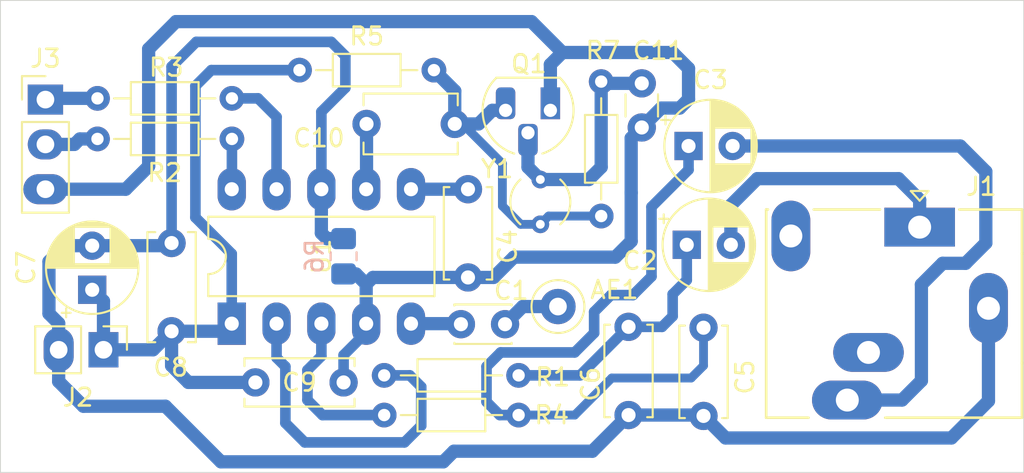
<source format=kicad_pcb>
(kicad_pcb (version 20171130) (host pcbnew 5.1.7-a382d34a8~88~ubuntu20.04.1)

  (general
    (thickness 1.6)
    (drawings 9)
    (tracks 165)
    (zones 0)
    (modules 25)
    (nets 20)
  )

  (page A4)
  (title_block
    (title "QN8035 based Raspberry Pi FM radio receiver")
    (date 2021-09-04)
    (rev 1.0.0)
    (company "Dilshan R Jayakody")
    (comment 1 jayakody2000lk@gmail.com)
    (comment 2 http://jayakody2000lk.blogspot.com)
    (comment 3 https://github.com/dilshan/qn8035-rpi-fm-radio)
    (comment 4 "Released under the Creative Commons Attribution 4.0 International license")
  )

  (layers
    (0 F.Cu signal hide)
    (31 B.Cu signal)
    (32 B.Adhes user hide)
    (33 F.Adhes user hide)
    (34 B.Paste user hide)
    (35 F.Paste user hide)
    (36 B.SilkS user hide)
    (37 F.SilkS user hide)
    (38 B.Mask user hide)
    (39 F.Mask user hide)
    (40 Dwgs.User user hide)
    (41 Cmts.User user hide)
    (42 Eco1.User user hide)
    (43 Eco2.User user hide)
    (44 Edge.Cuts user)
    (45 Margin user hide)
    (46 B.CrtYd user hide)
    (47 F.CrtYd user hide)
    (48 B.Fab user hide)
    (49 F.Fab user hide)
  )

  (setup
    (last_trace_width 0.25)
    (user_trace_width 0.25)
    (user_trace_width 0.35)
    (user_trace_width 0.5)
    (user_trace_width 0.6)
    (user_trace_width 0.75)
    (user_trace_width 1)
    (trace_clearance 0.2)
    (zone_clearance 0.508)
    (zone_45_only no)
    (trace_min 0.2)
    (via_size 0.8)
    (via_drill 0.4)
    (via_min_size 0.4)
    (via_min_drill 0.3)
    (uvia_size 0.3)
    (uvia_drill 0.1)
    (uvias_allowed no)
    (uvia_min_size 0.2)
    (uvia_min_drill 0.1)
    (edge_width 0.05)
    (segment_width 0.2)
    (pcb_text_width 0.3)
    (pcb_text_size 1.5 1.5)
    (mod_edge_width 0.12)
    (mod_text_size 1 1)
    (mod_text_width 0.15)
    (pad_size 2 1.7)
    (pad_drill 1)
    (pad_to_mask_clearance 0)
    (aux_axis_origin 0 0)
    (visible_elements FFFFFF7F)
    (pcbplotparams
      (layerselection 0x010fc_ffffffff)
      (usegerberextensions false)
      (usegerberattributes true)
      (usegerberadvancedattributes true)
      (creategerberjobfile true)
      (excludeedgelayer true)
      (linewidth 0.100000)
      (plotframeref false)
      (viasonmask false)
      (mode 1)
      (useauxorigin false)
      (hpglpennumber 1)
      (hpglpenspeed 20)
      (hpglpendiameter 15.000000)
      (psnegative false)
      (psa4output false)
      (plotreference true)
      (plotvalue true)
      (plotinvisibletext false)
      (padsonsilk false)
      (subtractmaskfromsilk false)
      (outputformat 1)
      (mirror false)
      (drillshape 1)
      (scaleselection 1)
      (outputdirectory ""))
  )

  (net 0 "")
  (net 1 "Net-(AE1-Pad1)")
  (net 2 "Net-(C1-Pad2)")
  (net 3 /AF-LEFT)
  (net 4 "Net-(C2-Pad1)")
  (net 5 "Net-(C3-Pad1)")
  (net 6 /AF-RIGHT)
  (net 7 "Net-(C4-Pad1)")
  (net 8 GNDD)
  (net 9 GND)
  (net 10 +3V3)
  (net 11 /32kHz-OSC)
  (net 12 "Net-(C10-Pad2)")
  (net 13 "Net-(C11-Pad2)")
  (net 14 /SCL)
  (net 15 /SDA)
  (net 16 "Net-(R1-Pad2)")
  (net 17 "Net-(R2-Pad1)")
  (net 18 "Net-(R3-Pad1)")
  (net 19 "Net-(R4-Pad2)")

  (net_class Default "This is the default net class."
    (clearance 0.2)
    (trace_width 0.25)
    (via_dia 0.8)
    (via_drill 0.4)
    (uvia_dia 0.3)
    (uvia_drill 0.1)
    (add_net +3V3)
    (add_net /32kHz-OSC)
    (add_net /AF-LEFT)
    (add_net /AF-RIGHT)
    (add_net /SCL)
    (add_net /SDA)
    (add_net GND)
    (add_net GNDD)
    (add_net "Net-(AE1-Pad1)")
    (add_net "Net-(C1-Pad2)")
    (add_net "Net-(C10-Pad2)")
    (add_net "Net-(C11-Pad2)")
    (add_net "Net-(C2-Pad1)")
    (add_net "Net-(C3-Pad1)")
    (add_net "Net-(C4-Pad1)")
    (add_net "Net-(R1-Pad2)")
    (add_net "Net-(R2-Pad1)")
    (add_net "Net-(R3-Pad1)")
    (add_net "Net-(R4-Pad2)")
  )

  (module TestPoint:TestPoint_Loop_D2.50mm_Drill1.0mm (layer F.Cu) (tedit 5A0F774F) (tstamp 612E3631)
    (at 150.6 107.7)
    (descr "wire loop as test point, loop diameter 2.5mm, hole diameter 1.0mm")
    (tags "test point wire loop bead")
    (path /61340C86)
    (fp_text reference AE1 (at 3.2 -0.95) (layer F.SilkS)
      (effects (font (size 1 1) (thickness 0.15)))
    )
    (fp_text value Antenna (at 0 -2.8) (layer F.Fab) hide
      (effects (font (size 1 1) (thickness 0.15)))
    )
    (fp_circle (center 0 0) (end 1.5 0) (layer F.SilkS) (width 0.12))
    (fp_circle (center 0 0) (end 1.8 0) (layer F.CrtYd) (width 0.05))
    (fp_line (start 1.3 -0.2) (end -1.3 -0.2) (layer F.Fab) (width 0.12))
    (fp_line (start 1.3 0.2) (end 1.3 -0.2) (layer F.Fab) (width 0.12))
    (fp_line (start -1.3 0.2) (end 1.3 0.2) (layer F.Fab) (width 0.12))
    (fp_line (start -1.3 -0.2) (end -1.3 0.2) (layer F.Fab) (width 0.12))
    (fp_text user %R (at 0.7 2.5) (layer F.Fab)
      (effects (font (size 1 1) (thickness 0.15)))
    )
    (pad 1 thru_hole circle (at 0 0) (size 2 2) (drill 1) (layers *.Cu *.Mask)
      (net 1 "Net-(AE1-Pad1)"))
    (model ${KISYS3DMOD}/TestPoint.3dshapes/TestPoint_Loop_D2.50mm_Drill1.0mm.wrl
      (at (xyz 0 0 0))
      (scale (xyz 1 1 1))
      (rotate (xyz 0 0 0))
    )
  )

  (module Capacitor_THT:C_Disc_D3.0mm_W2.0mm_P2.50mm (layer F.Cu) (tedit 5AE50EF0) (tstamp 612E2964)
    (at 147.6 108.7 180)
    (descr "C, Disc series, Radial, pin pitch=2.50mm, , diameter*width=3*2mm^2, Capacitor")
    (tags "C Disc series Radial pin pitch 2.50mm  diameter 3mm width 2mm Capacitor")
    (path /612DD44A)
    (fp_text reference C1 (at -0.35 1.9) (layer F.SilkS)
      (effects (font (size 1 1) (thickness 0.15)))
    )
    (fp_text value 100pF (at -3.4 3.65) (layer F.Fab)
      (effects (font (size 1 1) (thickness 0.15)))
    )
    (fp_line (start 3.55 -1.25) (end -1.05 -1.25) (layer F.CrtYd) (width 0.05))
    (fp_line (start 3.55 1.25) (end 3.55 -1.25) (layer F.CrtYd) (width 0.05))
    (fp_line (start -1.05 1.25) (end 3.55 1.25) (layer F.CrtYd) (width 0.05))
    (fp_line (start -1.05 -1.25) (end -1.05 1.25) (layer F.CrtYd) (width 0.05))
    (fp_line (start 2.87 1.055) (end 2.87 1.12) (layer F.SilkS) (width 0.12))
    (fp_line (start 2.87 -1.12) (end 2.87 -1.055) (layer F.SilkS) (width 0.12))
    (fp_line (start -0.37 1.055) (end -0.37 1.12) (layer F.SilkS) (width 0.12))
    (fp_line (start -0.37 -1.12) (end -0.37 -1.055) (layer F.SilkS) (width 0.12))
    (fp_line (start -0.37 1.12) (end 2.87 1.12) (layer F.SilkS) (width 0.12))
    (fp_line (start -0.37 -1.12) (end 2.87 -1.12) (layer F.SilkS) (width 0.12))
    (fp_line (start 2.75 -1) (end -0.25 -1) (layer F.Fab) (width 0.1))
    (fp_line (start 2.75 1) (end 2.75 -1) (layer F.Fab) (width 0.1))
    (fp_line (start -0.25 1) (end 2.75 1) (layer F.Fab) (width 0.1))
    (fp_line (start -0.25 -1) (end -0.25 1) (layer F.Fab) (width 0.1))
    (fp_text user %R (at -0.3 1.95) (layer F.Fab)
      (effects (font (size 0.6 0.6) (thickness 0.09)))
    )
    (pad 1 thru_hole circle (at 0 0 180) (size 1.6 1.6) (drill 0.8) (layers *.Cu *.Mask)
      (net 1 "Net-(AE1-Pad1)"))
    (pad 2 thru_hole circle (at 2.5 0 180) (size 1.6 1.6) (drill 0.8) (layers *.Cu *.Mask)
      (net 2 "Net-(C1-Pad2)"))
    (model ${KISYS3DMOD}/Capacitor_THT.3dshapes/C_Disc_D3.0mm_W2.0mm_P2.50mm.wrl
      (at (xyz 0 0 0))
      (scale (xyz 1 1 1))
      (rotate (xyz 0 0 0))
    )
  )

  (module Capacitor_THT:CP_Radial_D5.0mm_P2.50mm (layer F.Cu) (tedit 5AE50EF0) (tstamp 612E29E8)
    (at 157.9 104.2)
    (descr "CP, Radial series, Radial, pin pitch=2.50mm, , diameter=5mm, Electrolytic Capacitor")
    (tags "CP Radial series Radial pin pitch 2.50mm  diameter 5mm Electrolytic Capacitor")
    (path /612E4D30)
    (fp_text reference C2 (at -2.65 0.9 180) (layer F.SilkS)
      (effects (font (size 1 1) (thickness 0.15)))
    )
    (fp_text value 2.2MFD (at 7.55 -4 180) (layer F.Fab)
      (effects (font (size 1 1) (thickness 0.15)))
    )
    (fp_circle (center 1.25 0) (end 3.75 0) (layer F.Fab) (width 0.1))
    (fp_circle (center 1.25 0) (end 3.87 0) (layer F.SilkS) (width 0.12))
    (fp_circle (center 1.25 0) (end 4 0) (layer F.CrtYd) (width 0.05))
    (fp_line (start -0.883605 -1.0875) (end -0.383605 -1.0875) (layer F.Fab) (width 0.1))
    (fp_line (start -0.633605 -1.3375) (end -0.633605 -0.8375) (layer F.Fab) (width 0.1))
    (fp_line (start 1.25 -2.58) (end 1.25 2.58) (layer F.SilkS) (width 0.12))
    (fp_line (start 1.29 -2.58) (end 1.29 2.58) (layer F.SilkS) (width 0.12))
    (fp_line (start 1.33 -2.579) (end 1.33 2.579) (layer F.SilkS) (width 0.12))
    (fp_line (start 1.37 -2.578) (end 1.37 2.578) (layer F.SilkS) (width 0.12))
    (fp_line (start 1.41 -2.576) (end 1.41 2.576) (layer F.SilkS) (width 0.12))
    (fp_line (start 1.45 -2.573) (end 1.45 2.573) (layer F.SilkS) (width 0.12))
    (fp_line (start 1.49 -2.569) (end 1.49 -1.04) (layer F.SilkS) (width 0.12))
    (fp_line (start 1.49 1.04) (end 1.49 2.569) (layer F.SilkS) (width 0.12))
    (fp_line (start 1.53 -2.565) (end 1.53 -1.04) (layer F.SilkS) (width 0.12))
    (fp_line (start 1.53 1.04) (end 1.53 2.565) (layer F.SilkS) (width 0.12))
    (fp_line (start 1.57 -2.561) (end 1.57 -1.04) (layer F.SilkS) (width 0.12))
    (fp_line (start 1.57 1.04) (end 1.57 2.561) (layer F.SilkS) (width 0.12))
    (fp_line (start 1.61 -2.556) (end 1.61 -1.04) (layer F.SilkS) (width 0.12))
    (fp_line (start 1.61 1.04) (end 1.61 2.556) (layer F.SilkS) (width 0.12))
    (fp_line (start 1.65 -2.55) (end 1.65 -1.04) (layer F.SilkS) (width 0.12))
    (fp_line (start 1.65 1.04) (end 1.65 2.55) (layer F.SilkS) (width 0.12))
    (fp_line (start 1.69 -2.543) (end 1.69 -1.04) (layer F.SilkS) (width 0.12))
    (fp_line (start 1.69 1.04) (end 1.69 2.543) (layer F.SilkS) (width 0.12))
    (fp_line (start 1.73 -2.536) (end 1.73 -1.04) (layer F.SilkS) (width 0.12))
    (fp_line (start 1.73 1.04) (end 1.73 2.536) (layer F.SilkS) (width 0.12))
    (fp_line (start 1.77 -2.528) (end 1.77 -1.04) (layer F.SilkS) (width 0.12))
    (fp_line (start 1.77 1.04) (end 1.77 2.528) (layer F.SilkS) (width 0.12))
    (fp_line (start 1.81 -2.52) (end 1.81 -1.04) (layer F.SilkS) (width 0.12))
    (fp_line (start 1.81 1.04) (end 1.81 2.52) (layer F.SilkS) (width 0.12))
    (fp_line (start 1.85 -2.511) (end 1.85 -1.04) (layer F.SilkS) (width 0.12))
    (fp_line (start 1.85 1.04) (end 1.85 2.511) (layer F.SilkS) (width 0.12))
    (fp_line (start 1.89 -2.501) (end 1.89 -1.04) (layer F.SilkS) (width 0.12))
    (fp_line (start 1.89 1.04) (end 1.89 2.501) (layer F.SilkS) (width 0.12))
    (fp_line (start 1.93 -2.491) (end 1.93 -1.04) (layer F.SilkS) (width 0.12))
    (fp_line (start 1.93 1.04) (end 1.93 2.491) (layer F.SilkS) (width 0.12))
    (fp_line (start 1.971 -2.48) (end 1.971 -1.04) (layer F.SilkS) (width 0.12))
    (fp_line (start 1.971 1.04) (end 1.971 2.48) (layer F.SilkS) (width 0.12))
    (fp_line (start 2.011 -2.468) (end 2.011 -1.04) (layer F.SilkS) (width 0.12))
    (fp_line (start 2.011 1.04) (end 2.011 2.468) (layer F.SilkS) (width 0.12))
    (fp_line (start 2.051 -2.455) (end 2.051 -1.04) (layer F.SilkS) (width 0.12))
    (fp_line (start 2.051 1.04) (end 2.051 2.455) (layer F.SilkS) (width 0.12))
    (fp_line (start 2.091 -2.442) (end 2.091 -1.04) (layer F.SilkS) (width 0.12))
    (fp_line (start 2.091 1.04) (end 2.091 2.442) (layer F.SilkS) (width 0.12))
    (fp_line (start 2.131 -2.428) (end 2.131 -1.04) (layer F.SilkS) (width 0.12))
    (fp_line (start 2.131 1.04) (end 2.131 2.428) (layer F.SilkS) (width 0.12))
    (fp_line (start 2.171 -2.414) (end 2.171 -1.04) (layer F.SilkS) (width 0.12))
    (fp_line (start 2.171 1.04) (end 2.171 2.414) (layer F.SilkS) (width 0.12))
    (fp_line (start 2.211 -2.398) (end 2.211 -1.04) (layer F.SilkS) (width 0.12))
    (fp_line (start 2.211 1.04) (end 2.211 2.398) (layer F.SilkS) (width 0.12))
    (fp_line (start 2.251 -2.382) (end 2.251 -1.04) (layer F.SilkS) (width 0.12))
    (fp_line (start 2.251 1.04) (end 2.251 2.382) (layer F.SilkS) (width 0.12))
    (fp_line (start 2.291 -2.365) (end 2.291 -1.04) (layer F.SilkS) (width 0.12))
    (fp_line (start 2.291 1.04) (end 2.291 2.365) (layer F.SilkS) (width 0.12))
    (fp_line (start 2.331 -2.348) (end 2.331 -1.04) (layer F.SilkS) (width 0.12))
    (fp_line (start 2.331 1.04) (end 2.331 2.348) (layer F.SilkS) (width 0.12))
    (fp_line (start 2.371 -2.329) (end 2.371 -1.04) (layer F.SilkS) (width 0.12))
    (fp_line (start 2.371 1.04) (end 2.371 2.329) (layer F.SilkS) (width 0.12))
    (fp_line (start 2.411 -2.31) (end 2.411 -1.04) (layer F.SilkS) (width 0.12))
    (fp_line (start 2.411 1.04) (end 2.411 2.31) (layer F.SilkS) (width 0.12))
    (fp_line (start 2.451 -2.29) (end 2.451 -1.04) (layer F.SilkS) (width 0.12))
    (fp_line (start 2.451 1.04) (end 2.451 2.29) (layer F.SilkS) (width 0.12))
    (fp_line (start 2.491 -2.268) (end 2.491 -1.04) (layer F.SilkS) (width 0.12))
    (fp_line (start 2.491 1.04) (end 2.491 2.268) (layer F.SilkS) (width 0.12))
    (fp_line (start 2.531 -2.247) (end 2.531 -1.04) (layer F.SilkS) (width 0.12))
    (fp_line (start 2.531 1.04) (end 2.531 2.247) (layer F.SilkS) (width 0.12))
    (fp_line (start 2.571 -2.224) (end 2.571 -1.04) (layer F.SilkS) (width 0.12))
    (fp_line (start 2.571 1.04) (end 2.571 2.224) (layer F.SilkS) (width 0.12))
    (fp_line (start 2.611 -2.2) (end 2.611 -1.04) (layer F.SilkS) (width 0.12))
    (fp_line (start 2.611 1.04) (end 2.611 2.2) (layer F.SilkS) (width 0.12))
    (fp_line (start 2.651 -2.175) (end 2.651 -1.04) (layer F.SilkS) (width 0.12))
    (fp_line (start 2.651 1.04) (end 2.651 2.175) (layer F.SilkS) (width 0.12))
    (fp_line (start 2.691 -2.149) (end 2.691 -1.04) (layer F.SilkS) (width 0.12))
    (fp_line (start 2.691 1.04) (end 2.691 2.149) (layer F.SilkS) (width 0.12))
    (fp_line (start 2.731 -2.122) (end 2.731 -1.04) (layer F.SilkS) (width 0.12))
    (fp_line (start 2.731 1.04) (end 2.731 2.122) (layer F.SilkS) (width 0.12))
    (fp_line (start 2.771 -2.095) (end 2.771 -1.04) (layer F.SilkS) (width 0.12))
    (fp_line (start 2.771 1.04) (end 2.771 2.095) (layer F.SilkS) (width 0.12))
    (fp_line (start 2.811 -2.065) (end 2.811 -1.04) (layer F.SilkS) (width 0.12))
    (fp_line (start 2.811 1.04) (end 2.811 2.065) (layer F.SilkS) (width 0.12))
    (fp_line (start 2.851 -2.035) (end 2.851 -1.04) (layer F.SilkS) (width 0.12))
    (fp_line (start 2.851 1.04) (end 2.851 2.035) (layer F.SilkS) (width 0.12))
    (fp_line (start 2.891 -2.004) (end 2.891 -1.04) (layer F.SilkS) (width 0.12))
    (fp_line (start 2.891 1.04) (end 2.891 2.004) (layer F.SilkS) (width 0.12))
    (fp_line (start 2.931 -1.971) (end 2.931 -1.04) (layer F.SilkS) (width 0.12))
    (fp_line (start 2.931 1.04) (end 2.931 1.971) (layer F.SilkS) (width 0.12))
    (fp_line (start 2.971 -1.937) (end 2.971 -1.04) (layer F.SilkS) (width 0.12))
    (fp_line (start 2.971 1.04) (end 2.971 1.937) (layer F.SilkS) (width 0.12))
    (fp_line (start 3.011 -1.901) (end 3.011 -1.04) (layer F.SilkS) (width 0.12))
    (fp_line (start 3.011 1.04) (end 3.011 1.901) (layer F.SilkS) (width 0.12))
    (fp_line (start 3.051 -1.864) (end 3.051 -1.04) (layer F.SilkS) (width 0.12))
    (fp_line (start 3.051 1.04) (end 3.051 1.864) (layer F.SilkS) (width 0.12))
    (fp_line (start 3.091 -1.826) (end 3.091 -1.04) (layer F.SilkS) (width 0.12))
    (fp_line (start 3.091 1.04) (end 3.091 1.826) (layer F.SilkS) (width 0.12))
    (fp_line (start 3.131 -1.785) (end 3.131 -1.04) (layer F.SilkS) (width 0.12))
    (fp_line (start 3.131 1.04) (end 3.131 1.785) (layer F.SilkS) (width 0.12))
    (fp_line (start 3.171 -1.743) (end 3.171 -1.04) (layer F.SilkS) (width 0.12))
    (fp_line (start 3.171 1.04) (end 3.171 1.743) (layer F.SilkS) (width 0.12))
    (fp_line (start 3.211 -1.699) (end 3.211 -1.04) (layer F.SilkS) (width 0.12))
    (fp_line (start 3.211 1.04) (end 3.211 1.699) (layer F.SilkS) (width 0.12))
    (fp_line (start 3.251 -1.653) (end 3.251 -1.04) (layer F.SilkS) (width 0.12))
    (fp_line (start 3.251 1.04) (end 3.251 1.653) (layer F.SilkS) (width 0.12))
    (fp_line (start 3.291 -1.605) (end 3.291 -1.04) (layer F.SilkS) (width 0.12))
    (fp_line (start 3.291 1.04) (end 3.291 1.605) (layer F.SilkS) (width 0.12))
    (fp_line (start 3.331 -1.554) (end 3.331 -1.04) (layer F.SilkS) (width 0.12))
    (fp_line (start 3.331 1.04) (end 3.331 1.554) (layer F.SilkS) (width 0.12))
    (fp_line (start 3.371 -1.5) (end 3.371 -1.04) (layer F.SilkS) (width 0.12))
    (fp_line (start 3.371 1.04) (end 3.371 1.5) (layer F.SilkS) (width 0.12))
    (fp_line (start 3.411 -1.443) (end 3.411 -1.04) (layer F.SilkS) (width 0.12))
    (fp_line (start 3.411 1.04) (end 3.411 1.443) (layer F.SilkS) (width 0.12))
    (fp_line (start 3.451 -1.383) (end 3.451 -1.04) (layer F.SilkS) (width 0.12))
    (fp_line (start 3.451 1.04) (end 3.451 1.383) (layer F.SilkS) (width 0.12))
    (fp_line (start 3.491 -1.319) (end 3.491 -1.04) (layer F.SilkS) (width 0.12))
    (fp_line (start 3.491 1.04) (end 3.491 1.319) (layer F.SilkS) (width 0.12))
    (fp_line (start 3.531 -1.251) (end 3.531 -1.04) (layer F.SilkS) (width 0.12))
    (fp_line (start 3.531 1.04) (end 3.531 1.251) (layer F.SilkS) (width 0.12))
    (fp_line (start 3.571 -1.178) (end 3.571 1.178) (layer F.SilkS) (width 0.12))
    (fp_line (start 3.611 -1.098) (end 3.611 1.098) (layer F.SilkS) (width 0.12))
    (fp_line (start 3.651 -1.011) (end 3.651 1.011) (layer F.SilkS) (width 0.12))
    (fp_line (start 3.691 -0.915) (end 3.691 0.915) (layer F.SilkS) (width 0.12))
    (fp_line (start 3.731 -0.805) (end 3.731 0.805) (layer F.SilkS) (width 0.12))
    (fp_line (start 3.771 -0.677) (end 3.771 0.677) (layer F.SilkS) (width 0.12))
    (fp_line (start 3.811 -0.518) (end 3.811 0.518) (layer F.SilkS) (width 0.12))
    (fp_line (start 3.851 -0.284) (end 3.851 0.284) (layer F.SilkS) (width 0.12))
    (fp_line (start -1.554775 -1.475) (end -1.054775 -1.475) (layer F.SilkS) (width 0.12))
    (fp_line (start -1.304775 -1.725) (end -1.304775 -1.225) (layer F.SilkS) (width 0.12))
    (fp_text user %R (at 1.25 0) (layer F.Fab)
      (effects (font (size 1 1) (thickness 0.15)))
    )
    (pad 2 thru_hole circle (at 2.5 0) (size 1.6 1.6) (drill 0.8) (layers *.Cu *.Mask)
      (net 3 /AF-LEFT))
    (pad 1 thru_hole rect (at 0 0) (size 1.6 1.6) (drill 0.8) (layers *.Cu *.Mask)
      (net 4 "Net-(C2-Pad1)"))
    (model ${KISYS3DMOD}/Capacitor_THT.3dshapes/CP_Radial_D5.0mm_P2.50mm.wrl
      (at (xyz 0 0 0))
      (scale (xyz 1 1 1))
      (rotate (xyz 0 0 0))
    )
  )

  (module Capacitor_THT:CP_Radial_D5.0mm_P2.50mm (layer F.Cu) (tedit 5AE50EF0) (tstamp 612E2A6C)
    (at 158 98.6)
    (descr "CP, Radial series, Radial, pin pitch=2.50mm, , diameter=5mm, Electrolytic Capacitor")
    (tags "CP Radial series Radial pin pitch 2.50mm  diameter 5mm Electrolytic Capacitor")
    (path /612E561A)
    (fp_text reference C3 (at 1.25 -3.75) (layer F.SilkS)
      (effects (font (size 1 1) (thickness 0.15)))
    )
    (fp_text value 2.2MFD (at 7.45 0 180) (layer F.Fab)
      (effects (font (size 1 1) (thickness 0.15)))
    )
    (fp_line (start -1.304775 -1.725) (end -1.304775 -1.225) (layer F.SilkS) (width 0.12))
    (fp_line (start -1.554775 -1.475) (end -1.054775 -1.475) (layer F.SilkS) (width 0.12))
    (fp_line (start 3.851 -0.284) (end 3.851 0.284) (layer F.SilkS) (width 0.12))
    (fp_line (start 3.811 -0.518) (end 3.811 0.518) (layer F.SilkS) (width 0.12))
    (fp_line (start 3.771 -0.677) (end 3.771 0.677) (layer F.SilkS) (width 0.12))
    (fp_line (start 3.731 -0.805) (end 3.731 0.805) (layer F.SilkS) (width 0.12))
    (fp_line (start 3.691 -0.915) (end 3.691 0.915) (layer F.SilkS) (width 0.12))
    (fp_line (start 3.651 -1.011) (end 3.651 1.011) (layer F.SilkS) (width 0.12))
    (fp_line (start 3.611 -1.098) (end 3.611 1.098) (layer F.SilkS) (width 0.12))
    (fp_line (start 3.571 -1.178) (end 3.571 1.178) (layer F.SilkS) (width 0.12))
    (fp_line (start 3.531 1.04) (end 3.531 1.251) (layer F.SilkS) (width 0.12))
    (fp_line (start 3.531 -1.251) (end 3.531 -1.04) (layer F.SilkS) (width 0.12))
    (fp_line (start 3.491 1.04) (end 3.491 1.319) (layer F.SilkS) (width 0.12))
    (fp_line (start 3.491 -1.319) (end 3.491 -1.04) (layer F.SilkS) (width 0.12))
    (fp_line (start 3.451 1.04) (end 3.451 1.383) (layer F.SilkS) (width 0.12))
    (fp_line (start 3.451 -1.383) (end 3.451 -1.04) (layer F.SilkS) (width 0.12))
    (fp_line (start 3.411 1.04) (end 3.411 1.443) (layer F.SilkS) (width 0.12))
    (fp_line (start 3.411 -1.443) (end 3.411 -1.04) (layer F.SilkS) (width 0.12))
    (fp_line (start 3.371 1.04) (end 3.371 1.5) (layer F.SilkS) (width 0.12))
    (fp_line (start 3.371 -1.5) (end 3.371 -1.04) (layer F.SilkS) (width 0.12))
    (fp_line (start 3.331 1.04) (end 3.331 1.554) (layer F.SilkS) (width 0.12))
    (fp_line (start 3.331 -1.554) (end 3.331 -1.04) (layer F.SilkS) (width 0.12))
    (fp_line (start 3.291 1.04) (end 3.291 1.605) (layer F.SilkS) (width 0.12))
    (fp_line (start 3.291 -1.605) (end 3.291 -1.04) (layer F.SilkS) (width 0.12))
    (fp_line (start 3.251 1.04) (end 3.251 1.653) (layer F.SilkS) (width 0.12))
    (fp_line (start 3.251 -1.653) (end 3.251 -1.04) (layer F.SilkS) (width 0.12))
    (fp_line (start 3.211 1.04) (end 3.211 1.699) (layer F.SilkS) (width 0.12))
    (fp_line (start 3.211 -1.699) (end 3.211 -1.04) (layer F.SilkS) (width 0.12))
    (fp_line (start 3.171 1.04) (end 3.171 1.743) (layer F.SilkS) (width 0.12))
    (fp_line (start 3.171 -1.743) (end 3.171 -1.04) (layer F.SilkS) (width 0.12))
    (fp_line (start 3.131 1.04) (end 3.131 1.785) (layer F.SilkS) (width 0.12))
    (fp_line (start 3.131 -1.785) (end 3.131 -1.04) (layer F.SilkS) (width 0.12))
    (fp_line (start 3.091 1.04) (end 3.091 1.826) (layer F.SilkS) (width 0.12))
    (fp_line (start 3.091 -1.826) (end 3.091 -1.04) (layer F.SilkS) (width 0.12))
    (fp_line (start 3.051 1.04) (end 3.051 1.864) (layer F.SilkS) (width 0.12))
    (fp_line (start 3.051 -1.864) (end 3.051 -1.04) (layer F.SilkS) (width 0.12))
    (fp_line (start 3.011 1.04) (end 3.011 1.901) (layer F.SilkS) (width 0.12))
    (fp_line (start 3.011 -1.901) (end 3.011 -1.04) (layer F.SilkS) (width 0.12))
    (fp_line (start 2.971 1.04) (end 2.971 1.937) (layer F.SilkS) (width 0.12))
    (fp_line (start 2.971 -1.937) (end 2.971 -1.04) (layer F.SilkS) (width 0.12))
    (fp_line (start 2.931 1.04) (end 2.931 1.971) (layer F.SilkS) (width 0.12))
    (fp_line (start 2.931 -1.971) (end 2.931 -1.04) (layer F.SilkS) (width 0.12))
    (fp_line (start 2.891 1.04) (end 2.891 2.004) (layer F.SilkS) (width 0.12))
    (fp_line (start 2.891 -2.004) (end 2.891 -1.04) (layer F.SilkS) (width 0.12))
    (fp_line (start 2.851 1.04) (end 2.851 2.035) (layer F.SilkS) (width 0.12))
    (fp_line (start 2.851 -2.035) (end 2.851 -1.04) (layer F.SilkS) (width 0.12))
    (fp_line (start 2.811 1.04) (end 2.811 2.065) (layer F.SilkS) (width 0.12))
    (fp_line (start 2.811 -2.065) (end 2.811 -1.04) (layer F.SilkS) (width 0.12))
    (fp_line (start 2.771 1.04) (end 2.771 2.095) (layer F.SilkS) (width 0.12))
    (fp_line (start 2.771 -2.095) (end 2.771 -1.04) (layer F.SilkS) (width 0.12))
    (fp_line (start 2.731 1.04) (end 2.731 2.122) (layer F.SilkS) (width 0.12))
    (fp_line (start 2.731 -2.122) (end 2.731 -1.04) (layer F.SilkS) (width 0.12))
    (fp_line (start 2.691 1.04) (end 2.691 2.149) (layer F.SilkS) (width 0.12))
    (fp_line (start 2.691 -2.149) (end 2.691 -1.04) (layer F.SilkS) (width 0.12))
    (fp_line (start 2.651 1.04) (end 2.651 2.175) (layer F.SilkS) (width 0.12))
    (fp_line (start 2.651 -2.175) (end 2.651 -1.04) (layer F.SilkS) (width 0.12))
    (fp_line (start 2.611 1.04) (end 2.611 2.2) (layer F.SilkS) (width 0.12))
    (fp_line (start 2.611 -2.2) (end 2.611 -1.04) (layer F.SilkS) (width 0.12))
    (fp_line (start 2.571 1.04) (end 2.571 2.224) (layer F.SilkS) (width 0.12))
    (fp_line (start 2.571 -2.224) (end 2.571 -1.04) (layer F.SilkS) (width 0.12))
    (fp_line (start 2.531 1.04) (end 2.531 2.247) (layer F.SilkS) (width 0.12))
    (fp_line (start 2.531 -2.247) (end 2.531 -1.04) (layer F.SilkS) (width 0.12))
    (fp_line (start 2.491 1.04) (end 2.491 2.268) (layer F.SilkS) (width 0.12))
    (fp_line (start 2.491 -2.268) (end 2.491 -1.04) (layer F.SilkS) (width 0.12))
    (fp_line (start 2.451 1.04) (end 2.451 2.29) (layer F.SilkS) (width 0.12))
    (fp_line (start 2.451 -2.29) (end 2.451 -1.04) (layer F.SilkS) (width 0.12))
    (fp_line (start 2.411 1.04) (end 2.411 2.31) (layer F.SilkS) (width 0.12))
    (fp_line (start 2.411 -2.31) (end 2.411 -1.04) (layer F.SilkS) (width 0.12))
    (fp_line (start 2.371 1.04) (end 2.371 2.329) (layer F.SilkS) (width 0.12))
    (fp_line (start 2.371 -2.329) (end 2.371 -1.04) (layer F.SilkS) (width 0.12))
    (fp_line (start 2.331 1.04) (end 2.331 2.348) (layer F.SilkS) (width 0.12))
    (fp_line (start 2.331 -2.348) (end 2.331 -1.04) (layer F.SilkS) (width 0.12))
    (fp_line (start 2.291 1.04) (end 2.291 2.365) (layer F.SilkS) (width 0.12))
    (fp_line (start 2.291 -2.365) (end 2.291 -1.04) (layer F.SilkS) (width 0.12))
    (fp_line (start 2.251 1.04) (end 2.251 2.382) (layer F.SilkS) (width 0.12))
    (fp_line (start 2.251 -2.382) (end 2.251 -1.04) (layer F.SilkS) (width 0.12))
    (fp_line (start 2.211 1.04) (end 2.211 2.398) (layer F.SilkS) (width 0.12))
    (fp_line (start 2.211 -2.398) (end 2.211 -1.04) (layer F.SilkS) (width 0.12))
    (fp_line (start 2.171 1.04) (end 2.171 2.414) (layer F.SilkS) (width 0.12))
    (fp_line (start 2.171 -2.414) (end 2.171 -1.04) (layer F.SilkS) (width 0.12))
    (fp_line (start 2.131 1.04) (end 2.131 2.428) (layer F.SilkS) (width 0.12))
    (fp_line (start 2.131 -2.428) (end 2.131 -1.04) (layer F.SilkS) (width 0.12))
    (fp_line (start 2.091 1.04) (end 2.091 2.442) (layer F.SilkS) (width 0.12))
    (fp_line (start 2.091 -2.442) (end 2.091 -1.04) (layer F.SilkS) (width 0.12))
    (fp_line (start 2.051 1.04) (end 2.051 2.455) (layer F.SilkS) (width 0.12))
    (fp_line (start 2.051 -2.455) (end 2.051 -1.04) (layer F.SilkS) (width 0.12))
    (fp_line (start 2.011 1.04) (end 2.011 2.468) (layer F.SilkS) (width 0.12))
    (fp_line (start 2.011 -2.468) (end 2.011 -1.04) (layer F.SilkS) (width 0.12))
    (fp_line (start 1.971 1.04) (end 1.971 2.48) (layer F.SilkS) (width 0.12))
    (fp_line (start 1.971 -2.48) (end 1.971 -1.04) (layer F.SilkS) (width 0.12))
    (fp_line (start 1.93 1.04) (end 1.93 2.491) (layer F.SilkS) (width 0.12))
    (fp_line (start 1.93 -2.491) (end 1.93 -1.04) (layer F.SilkS) (width 0.12))
    (fp_line (start 1.89 1.04) (end 1.89 2.501) (layer F.SilkS) (width 0.12))
    (fp_line (start 1.89 -2.501) (end 1.89 -1.04) (layer F.SilkS) (width 0.12))
    (fp_line (start 1.85 1.04) (end 1.85 2.511) (layer F.SilkS) (width 0.12))
    (fp_line (start 1.85 -2.511) (end 1.85 -1.04) (layer F.SilkS) (width 0.12))
    (fp_line (start 1.81 1.04) (end 1.81 2.52) (layer F.SilkS) (width 0.12))
    (fp_line (start 1.81 -2.52) (end 1.81 -1.04) (layer F.SilkS) (width 0.12))
    (fp_line (start 1.77 1.04) (end 1.77 2.528) (layer F.SilkS) (width 0.12))
    (fp_line (start 1.77 -2.528) (end 1.77 -1.04) (layer F.SilkS) (width 0.12))
    (fp_line (start 1.73 1.04) (end 1.73 2.536) (layer F.SilkS) (width 0.12))
    (fp_line (start 1.73 -2.536) (end 1.73 -1.04) (layer F.SilkS) (width 0.12))
    (fp_line (start 1.69 1.04) (end 1.69 2.543) (layer F.SilkS) (width 0.12))
    (fp_line (start 1.69 -2.543) (end 1.69 -1.04) (layer F.SilkS) (width 0.12))
    (fp_line (start 1.65 1.04) (end 1.65 2.55) (layer F.SilkS) (width 0.12))
    (fp_line (start 1.65 -2.55) (end 1.65 -1.04) (layer F.SilkS) (width 0.12))
    (fp_line (start 1.61 1.04) (end 1.61 2.556) (layer F.SilkS) (width 0.12))
    (fp_line (start 1.61 -2.556) (end 1.61 -1.04) (layer F.SilkS) (width 0.12))
    (fp_line (start 1.57 1.04) (end 1.57 2.561) (layer F.SilkS) (width 0.12))
    (fp_line (start 1.57 -2.561) (end 1.57 -1.04) (layer F.SilkS) (width 0.12))
    (fp_line (start 1.53 1.04) (end 1.53 2.565) (layer F.SilkS) (width 0.12))
    (fp_line (start 1.53 -2.565) (end 1.53 -1.04) (layer F.SilkS) (width 0.12))
    (fp_line (start 1.49 1.04) (end 1.49 2.569) (layer F.SilkS) (width 0.12))
    (fp_line (start 1.49 -2.569) (end 1.49 -1.04) (layer F.SilkS) (width 0.12))
    (fp_line (start 1.45 -2.573) (end 1.45 2.573) (layer F.SilkS) (width 0.12))
    (fp_line (start 1.41 -2.576) (end 1.41 2.576) (layer F.SilkS) (width 0.12))
    (fp_line (start 1.37 -2.578) (end 1.37 2.578) (layer F.SilkS) (width 0.12))
    (fp_line (start 1.33 -2.579) (end 1.33 2.579) (layer F.SilkS) (width 0.12))
    (fp_line (start 1.29 -2.58) (end 1.29 2.58) (layer F.SilkS) (width 0.12))
    (fp_line (start 1.25 -2.58) (end 1.25 2.58) (layer F.SilkS) (width 0.12))
    (fp_line (start -0.633605 -1.3375) (end -0.633605 -0.8375) (layer F.Fab) (width 0.1))
    (fp_line (start -0.883605 -1.0875) (end -0.383605 -1.0875) (layer F.Fab) (width 0.1))
    (fp_circle (center 1.25 0) (end 4 0) (layer F.CrtYd) (width 0.05))
    (fp_circle (center 1.25 0) (end 3.87 0) (layer F.SilkS) (width 0.12))
    (fp_circle (center 1.25 0) (end 3.75 0) (layer F.Fab) (width 0.1))
    (fp_text user %R (at 1.25 0) (layer F.Fab)
      (effects (font (size 1 1) (thickness 0.15)))
    )
    (pad 1 thru_hole rect (at 0 0) (size 1.6 1.6) (drill 0.8) (layers *.Cu *.Mask)
      (net 5 "Net-(C3-Pad1)"))
    (pad 2 thru_hole circle (at 2.5 0) (size 1.6 1.6) (drill 0.8) (layers *.Cu *.Mask)
      (net 6 /AF-RIGHT))
    (model ${KISYS3DMOD}/Capacitor_THT.3dshapes/CP_Radial_D5.0mm_P2.50mm.wrl
      (at (xyz 0 0 0))
      (scale (xyz 1 1 1))
      (rotate (xyz 0 0 0))
    )
  )

  (module Capacitor_THT:C_Disc_D5.0mm_W2.5mm_P5.00mm (layer F.Cu) (tedit 5AE50EF0) (tstamp 612E2A81)
    (at 145.5 101.05 270)
    (descr "C, Disc series, Radial, pin pitch=5.00mm, , diameter*width=5*2.5mm^2, Capacitor, http://cdn-reichelt.de/documents/datenblatt/B300/DS_KERKO_TC.pdf")
    (tags "C Disc series Radial pin pitch 5.00mm  diameter 5mm width 2.5mm Capacitor")
    (path /612DB098)
    (fp_text reference C4 (at 3.25 -2.25 90) (layer F.SilkS)
      (effects (font (size 1 1) (thickness 0.15)))
    )
    (fp_text value 0.01MFD (at 2.35 5.25 180) (layer F.Fab)
      (effects (font (size 1 1) (thickness 0.15)))
    )
    (fp_line (start 6.05 -1.5) (end -1.05 -1.5) (layer F.CrtYd) (width 0.05))
    (fp_line (start 6.05 1.5) (end 6.05 -1.5) (layer F.CrtYd) (width 0.05))
    (fp_line (start -1.05 1.5) (end 6.05 1.5) (layer F.CrtYd) (width 0.05))
    (fp_line (start -1.05 -1.5) (end -1.05 1.5) (layer F.CrtYd) (width 0.05))
    (fp_line (start 5.12 1.055) (end 5.12 1.37) (layer F.SilkS) (width 0.12))
    (fp_line (start 5.12 -1.37) (end 5.12 -1.055) (layer F.SilkS) (width 0.12))
    (fp_line (start -0.12 1.055) (end -0.12 1.37) (layer F.SilkS) (width 0.12))
    (fp_line (start -0.12 -1.37) (end -0.12 -1.055) (layer F.SilkS) (width 0.12))
    (fp_line (start -0.12 1.37) (end 5.12 1.37) (layer F.SilkS) (width 0.12))
    (fp_line (start -0.12 -1.37) (end 5.12 -1.37) (layer F.SilkS) (width 0.12))
    (fp_line (start 5 -1.25) (end 0 -1.25) (layer F.Fab) (width 0.1))
    (fp_line (start 5 1.25) (end 5 -1.25) (layer F.Fab) (width 0.1))
    (fp_line (start 0 1.25) (end 5 1.25) (layer F.Fab) (width 0.1))
    (fp_line (start 0 -1.25) (end 0 1.25) (layer F.Fab) (width 0.1))
    (fp_text user %R (at 3.25 -2.25 90) (layer F.Fab)
      (effects (font (size 1 1) (thickness 0.15)))
    )
    (pad 1 thru_hole circle (at 0 0 270) (size 1.6 1.6) (drill 0.8) (layers *.Cu *.Mask)
      (net 7 "Net-(C4-Pad1)"))
    (pad 2 thru_hole circle (at 5 0 270) (size 1.6 1.6) (drill 0.8) (layers *.Cu *.Mask)
      (net 8 GNDD))
    (model ${KISYS3DMOD}/Capacitor_THT.3dshapes/C_Disc_D5.0mm_W2.5mm_P5.00mm.wrl
      (at (xyz 0 0 0))
      (scale (xyz 1 1 1))
      (rotate (xyz 0 0 0))
    )
  )

  (module Capacitor_THT:C_Disc_D5.0mm_W2.5mm_P5.00mm (layer F.Cu) (tedit 5AE50EF0) (tstamp 612E2A96)
    (at 158.85 108.9 270)
    (descr "C, Disc series, Radial, pin pitch=5.00mm, , diameter*width=5*2.5mm^2, Capacitor, http://cdn-reichelt.de/documents/datenblatt/B300/DS_KERKO_TC.pdf")
    (tags "C Disc series Radial pin pitch 5.00mm  diameter 5mm width 2.5mm Capacitor")
    (path /612DF5CB)
    (fp_text reference C5 (at 2.8 -2.35 90) (layer F.SilkS)
      (effects (font (size 1 1) (thickness 0.15)))
    )
    (fp_text value 0.001MFD (at 6.9 -3.85 180) (layer F.Fab)
      (effects (font (size 1 1) (thickness 0.15)))
    )
    (fp_line (start 0 -1.25) (end 0 1.25) (layer F.Fab) (width 0.1))
    (fp_line (start 0 1.25) (end 5 1.25) (layer F.Fab) (width 0.1))
    (fp_line (start 5 1.25) (end 5 -1.25) (layer F.Fab) (width 0.1))
    (fp_line (start 5 -1.25) (end 0 -1.25) (layer F.Fab) (width 0.1))
    (fp_line (start -0.12 -1.37) (end 5.12 -1.37) (layer F.SilkS) (width 0.12))
    (fp_line (start -0.12 1.37) (end 5.12 1.37) (layer F.SilkS) (width 0.12))
    (fp_line (start -0.12 -1.37) (end -0.12 -1.055) (layer F.SilkS) (width 0.12))
    (fp_line (start -0.12 1.055) (end -0.12 1.37) (layer F.SilkS) (width 0.12))
    (fp_line (start 5.12 -1.37) (end 5.12 -1.055) (layer F.SilkS) (width 0.12))
    (fp_line (start 5.12 1.055) (end 5.12 1.37) (layer F.SilkS) (width 0.12))
    (fp_line (start -1.05 -1.5) (end -1.05 1.5) (layer F.CrtYd) (width 0.05))
    (fp_line (start -1.05 1.5) (end 6.05 1.5) (layer F.CrtYd) (width 0.05))
    (fp_line (start 6.05 1.5) (end 6.05 -1.5) (layer F.CrtYd) (width 0.05))
    (fp_line (start 6.05 -1.5) (end -1.05 -1.5) (layer F.CrtYd) (width 0.05))
    (fp_text user %R (at 2.8 -2.35 90) (layer F.Fab)
      (effects (font (size 1 1) (thickness 0.15)))
    )
    (pad 2 thru_hole circle (at 5 0 270) (size 1.6 1.6) (drill 0.8) (layers *.Cu *.Mask)
      (net 9 GND))
    (pad 1 thru_hole circle (at 0 0 270) (size 1.6 1.6) (drill 0.8) (layers *.Cu *.Mask)
      (net 5 "Net-(C3-Pad1)"))
    (model ${KISYS3DMOD}/Capacitor_THT.3dshapes/C_Disc_D5.0mm_W2.5mm_P5.00mm.wrl
      (at (xyz 0 0 0))
      (scale (xyz 1 1 1))
      (rotate (xyz 0 0 0))
    )
  )

  (module Capacitor_THT:C_Disc_D5.0mm_W2.5mm_P5.00mm (layer F.Cu) (tedit 5AE50EF0) (tstamp 612E2AAB)
    (at 154.6 108.85 270)
    (descr "C, Disc series, Radial, pin pitch=5.00mm, , diameter*width=5*2.5mm^2, Capacitor, http://cdn-reichelt.de/documents/datenblatt/B300/DS_KERKO_TC.pdf")
    (tags "C Disc series Radial pin pitch 5.00mm  diameter 5mm width 2.5mm Capacitor")
    (path /612DFCFC)
    (fp_text reference C6 (at 3.25 2.15 90) (layer F.SilkS)
      (effects (font (size 1 1) (thickness 0.15)))
    )
    (fp_text value 0.001MFD (at 6.95 0.05 180) (layer F.Fab)
      (effects (font (size 1 1) (thickness 0.15)))
    )
    (fp_line (start 6.05 -1.5) (end -1.05 -1.5) (layer F.CrtYd) (width 0.05))
    (fp_line (start 6.05 1.5) (end 6.05 -1.5) (layer F.CrtYd) (width 0.05))
    (fp_line (start -1.05 1.5) (end 6.05 1.5) (layer F.CrtYd) (width 0.05))
    (fp_line (start -1.05 -1.5) (end -1.05 1.5) (layer F.CrtYd) (width 0.05))
    (fp_line (start 5.12 1.055) (end 5.12 1.37) (layer F.SilkS) (width 0.12))
    (fp_line (start 5.12 -1.37) (end 5.12 -1.055) (layer F.SilkS) (width 0.12))
    (fp_line (start -0.12 1.055) (end -0.12 1.37) (layer F.SilkS) (width 0.12))
    (fp_line (start -0.12 -1.37) (end -0.12 -1.055) (layer F.SilkS) (width 0.12))
    (fp_line (start -0.12 1.37) (end 5.12 1.37) (layer F.SilkS) (width 0.12))
    (fp_line (start -0.12 -1.37) (end 5.12 -1.37) (layer F.SilkS) (width 0.12))
    (fp_line (start 5 -1.25) (end 0 -1.25) (layer F.Fab) (width 0.1))
    (fp_line (start 5 1.25) (end 5 -1.25) (layer F.Fab) (width 0.1))
    (fp_line (start 0 1.25) (end 5 1.25) (layer F.Fab) (width 0.1))
    (fp_line (start 0 -1.25) (end 0 1.25) (layer F.Fab) (width 0.1))
    (fp_text user %R (at 3.25 2.15 90) (layer F.Fab)
      (effects (font (size 1 1) (thickness 0.15)))
    )
    (pad 1 thru_hole circle (at 0 0 270) (size 1.6 1.6) (drill 0.8) (layers *.Cu *.Mask)
      (net 4 "Net-(C2-Pad1)"))
    (pad 2 thru_hole circle (at 5 0 270) (size 1.6 1.6) (drill 0.8) (layers *.Cu *.Mask)
      (net 9 GND))
    (model ${KISYS3DMOD}/Capacitor_THT.3dshapes/C_Disc_D5.0mm_W2.5mm_P5.00mm.wrl
      (at (xyz 0 0 0))
      (scale (xyz 1 1 1))
      (rotate (xyz 0 0 0))
    )
  )

  (module Capacitor_THT:CP_Radial_D5.0mm_P2.50mm (layer F.Cu) (tedit 5AE50EF0) (tstamp 612E2B2F)
    (at 124.2 106.75 90)
    (descr "CP, Radial series, Radial, pin pitch=2.50mm, , diameter=5mm, Electrolytic Capacitor")
    (tags "CP Radial series Radial pin pitch 2.50mm  diameter 5mm Electrolytic Capacitor")
    (path /61326F92)
    (fp_text reference C7 (at 1.25 -3.75 90) (layer F.SilkS)
      (effects (font (size 1 1) (thickness 0.15)))
    )
    (fp_text value 10MFD (at 4.95 1.9 180) (layer F.Fab)
      (effects (font (size 1 1) (thickness 0.15)))
    )
    (fp_line (start -1.304775 -1.725) (end -1.304775 -1.225) (layer F.SilkS) (width 0.12))
    (fp_line (start -1.554775 -1.475) (end -1.054775 -1.475) (layer F.SilkS) (width 0.12))
    (fp_line (start 3.851 -0.284) (end 3.851 0.284) (layer F.SilkS) (width 0.12))
    (fp_line (start 3.811 -0.518) (end 3.811 0.518) (layer F.SilkS) (width 0.12))
    (fp_line (start 3.771 -0.677) (end 3.771 0.677) (layer F.SilkS) (width 0.12))
    (fp_line (start 3.731 -0.805) (end 3.731 0.805) (layer F.SilkS) (width 0.12))
    (fp_line (start 3.691 -0.915) (end 3.691 0.915) (layer F.SilkS) (width 0.12))
    (fp_line (start 3.651 -1.011) (end 3.651 1.011) (layer F.SilkS) (width 0.12))
    (fp_line (start 3.611 -1.098) (end 3.611 1.098) (layer F.SilkS) (width 0.12))
    (fp_line (start 3.571 -1.178) (end 3.571 1.178) (layer F.SilkS) (width 0.12))
    (fp_line (start 3.531 1.04) (end 3.531 1.251) (layer F.SilkS) (width 0.12))
    (fp_line (start 3.531 -1.251) (end 3.531 -1.04) (layer F.SilkS) (width 0.12))
    (fp_line (start 3.491 1.04) (end 3.491 1.319) (layer F.SilkS) (width 0.12))
    (fp_line (start 3.491 -1.319) (end 3.491 -1.04) (layer F.SilkS) (width 0.12))
    (fp_line (start 3.451 1.04) (end 3.451 1.383) (layer F.SilkS) (width 0.12))
    (fp_line (start 3.451 -1.383) (end 3.451 -1.04) (layer F.SilkS) (width 0.12))
    (fp_line (start 3.411 1.04) (end 3.411 1.443) (layer F.SilkS) (width 0.12))
    (fp_line (start 3.411 -1.443) (end 3.411 -1.04) (layer F.SilkS) (width 0.12))
    (fp_line (start 3.371 1.04) (end 3.371 1.5) (layer F.SilkS) (width 0.12))
    (fp_line (start 3.371 -1.5) (end 3.371 -1.04) (layer F.SilkS) (width 0.12))
    (fp_line (start 3.331 1.04) (end 3.331 1.554) (layer F.SilkS) (width 0.12))
    (fp_line (start 3.331 -1.554) (end 3.331 -1.04) (layer F.SilkS) (width 0.12))
    (fp_line (start 3.291 1.04) (end 3.291 1.605) (layer F.SilkS) (width 0.12))
    (fp_line (start 3.291 -1.605) (end 3.291 -1.04) (layer F.SilkS) (width 0.12))
    (fp_line (start 3.251 1.04) (end 3.251 1.653) (layer F.SilkS) (width 0.12))
    (fp_line (start 3.251 -1.653) (end 3.251 -1.04) (layer F.SilkS) (width 0.12))
    (fp_line (start 3.211 1.04) (end 3.211 1.699) (layer F.SilkS) (width 0.12))
    (fp_line (start 3.211 -1.699) (end 3.211 -1.04) (layer F.SilkS) (width 0.12))
    (fp_line (start 3.171 1.04) (end 3.171 1.743) (layer F.SilkS) (width 0.12))
    (fp_line (start 3.171 -1.743) (end 3.171 -1.04) (layer F.SilkS) (width 0.12))
    (fp_line (start 3.131 1.04) (end 3.131 1.785) (layer F.SilkS) (width 0.12))
    (fp_line (start 3.131 -1.785) (end 3.131 -1.04) (layer F.SilkS) (width 0.12))
    (fp_line (start 3.091 1.04) (end 3.091 1.826) (layer F.SilkS) (width 0.12))
    (fp_line (start 3.091 -1.826) (end 3.091 -1.04) (layer F.SilkS) (width 0.12))
    (fp_line (start 3.051 1.04) (end 3.051 1.864) (layer F.SilkS) (width 0.12))
    (fp_line (start 3.051 -1.864) (end 3.051 -1.04) (layer F.SilkS) (width 0.12))
    (fp_line (start 3.011 1.04) (end 3.011 1.901) (layer F.SilkS) (width 0.12))
    (fp_line (start 3.011 -1.901) (end 3.011 -1.04) (layer F.SilkS) (width 0.12))
    (fp_line (start 2.971 1.04) (end 2.971 1.937) (layer F.SilkS) (width 0.12))
    (fp_line (start 2.971 -1.937) (end 2.971 -1.04) (layer F.SilkS) (width 0.12))
    (fp_line (start 2.931 1.04) (end 2.931 1.971) (layer F.SilkS) (width 0.12))
    (fp_line (start 2.931 -1.971) (end 2.931 -1.04) (layer F.SilkS) (width 0.12))
    (fp_line (start 2.891 1.04) (end 2.891 2.004) (layer F.SilkS) (width 0.12))
    (fp_line (start 2.891 -2.004) (end 2.891 -1.04) (layer F.SilkS) (width 0.12))
    (fp_line (start 2.851 1.04) (end 2.851 2.035) (layer F.SilkS) (width 0.12))
    (fp_line (start 2.851 -2.035) (end 2.851 -1.04) (layer F.SilkS) (width 0.12))
    (fp_line (start 2.811 1.04) (end 2.811 2.065) (layer F.SilkS) (width 0.12))
    (fp_line (start 2.811 -2.065) (end 2.811 -1.04) (layer F.SilkS) (width 0.12))
    (fp_line (start 2.771 1.04) (end 2.771 2.095) (layer F.SilkS) (width 0.12))
    (fp_line (start 2.771 -2.095) (end 2.771 -1.04) (layer F.SilkS) (width 0.12))
    (fp_line (start 2.731 1.04) (end 2.731 2.122) (layer F.SilkS) (width 0.12))
    (fp_line (start 2.731 -2.122) (end 2.731 -1.04) (layer F.SilkS) (width 0.12))
    (fp_line (start 2.691 1.04) (end 2.691 2.149) (layer F.SilkS) (width 0.12))
    (fp_line (start 2.691 -2.149) (end 2.691 -1.04) (layer F.SilkS) (width 0.12))
    (fp_line (start 2.651 1.04) (end 2.651 2.175) (layer F.SilkS) (width 0.12))
    (fp_line (start 2.651 -2.175) (end 2.651 -1.04) (layer F.SilkS) (width 0.12))
    (fp_line (start 2.611 1.04) (end 2.611 2.2) (layer F.SilkS) (width 0.12))
    (fp_line (start 2.611 -2.2) (end 2.611 -1.04) (layer F.SilkS) (width 0.12))
    (fp_line (start 2.571 1.04) (end 2.571 2.224) (layer F.SilkS) (width 0.12))
    (fp_line (start 2.571 -2.224) (end 2.571 -1.04) (layer F.SilkS) (width 0.12))
    (fp_line (start 2.531 1.04) (end 2.531 2.247) (layer F.SilkS) (width 0.12))
    (fp_line (start 2.531 -2.247) (end 2.531 -1.04) (layer F.SilkS) (width 0.12))
    (fp_line (start 2.491 1.04) (end 2.491 2.268) (layer F.SilkS) (width 0.12))
    (fp_line (start 2.491 -2.268) (end 2.491 -1.04) (layer F.SilkS) (width 0.12))
    (fp_line (start 2.451 1.04) (end 2.451 2.29) (layer F.SilkS) (width 0.12))
    (fp_line (start 2.451 -2.29) (end 2.451 -1.04) (layer F.SilkS) (width 0.12))
    (fp_line (start 2.411 1.04) (end 2.411 2.31) (layer F.SilkS) (width 0.12))
    (fp_line (start 2.411 -2.31) (end 2.411 -1.04) (layer F.SilkS) (width 0.12))
    (fp_line (start 2.371 1.04) (end 2.371 2.329) (layer F.SilkS) (width 0.12))
    (fp_line (start 2.371 -2.329) (end 2.371 -1.04) (layer F.SilkS) (width 0.12))
    (fp_line (start 2.331 1.04) (end 2.331 2.348) (layer F.SilkS) (width 0.12))
    (fp_line (start 2.331 -2.348) (end 2.331 -1.04) (layer F.SilkS) (width 0.12))
    (fp_line (start 2.291 1.04) (end 2.291 2.365) (layer F.SilkS) (width 0.12))
    (fp_line (start 2.291 -2.365) (end 2.291 -1.04) (layer F.SilkS) (width 0.12))
    (fp_line (start 2.251 1.04) (end 2.251 2.382) (layer F.SilkS) (width 0.12))
    (fp_line (start 2.251 -2.382) (end 2.251 -1.04) (layer F.SilkS) (width 0.12))
    (fp_line (start 2.211 1.04) (end 2.211 2.398) (layer F.SilkS) (width 0.12))
    (fp_line (start 2.211 -2.398) (end 2.211 -1.04) (layer F.SilkS) (width 0.12))
    (fp_line (start 2.171 1.04) (end 2.171 2.414) (layer F.SilkS) (width 0.12))
    (fp_line (start 2.171 -2.414) (end 2.171 -1.04) (layer F.SilkS) (width 0.12))
    (fp_line (start 2.131 1.04) (end 2.131 2.428) (layer F.SilkS) (width 0.12))
    (fp_line (start 2.131 -2.428) (end 2.131 -1.04) (layer F.SilkS) (width 0.12))
    (fp_line (start 2.091 1.04) (end 2.091 2.442) (layer F.SilkS) (width 0.12))
    (fp_line (start 2.091 -2.442) (end 2.091 -1.04) (layer F.SilkS) (width 0.12))
    (fp_line (start 2.051 1.04) (end 2.051 2.455) (layer F.SilkS) (width 0.12))
    (fp_line (start 2.051 -2.455) (end 2.051 -1.04) (layer F.SilkS) (width 0.12))
    (fp_line (start 2.011 1.04) (end 2.011 2.468) (layer F.SilkS) (width 0.12))
    (fp_line (start 2.011 -2.468) (end 2.011 -1.04) (layer F.SilkS) (width 0.12))
    (fp_line (start 1.971 1.04) (end 1.971 2.48) (layer F.SilkS) (width 0.12))
    (fp_line (start 1.971 -2.48) (end 1.971 -1.04) (layer F.SilkS) (width 0.12))
    (fp_line (start 1.93 1.04) (end 1.93 2.491) (layer F.SilkS) (width 0.12))
    (fp_line (start 1.93 -2.491) (end 1.93 -1.04) (layer F.SilkS) (width 0.12))
    (fp_line (start 1.89 1.04) (end 1.89 2.501) (layer F.SilkS) (width 0.12))
    (fp_line (start 1.89 -2.501) (end 1.89 -1.04) (layer F.SilkS) (width 0.12))
    (fp_line (start 1.85 1.04) (end 1.85 2.511) (layer F.SilkS) (width 0.12))
    (fp_line (start 1.85 -2.511) (end 1.85 -1.04) (layer F.SilkS) (width 0.12))
    (fp_line (start 1.81 1.04) (end 1.81 2.52) (layer F.SilkS) (width 0.12))
    (fp_line (start 1.81 -2.52) (end 1.81 -1.04) (layer F.SilkS) (width 0.12))
    (fp_line (start 1.77 1.04) (end 1.77 2.528) (layer F.SilkS) (width 0.12))
    (fp_line (start 1.77 -2.528) (end 1.77 -1.04) (layer F.SilkS) (width 0.12))
    (fp_line (start 1.73 1.04) (end 1.73 2.536) (layer F.SilkS) (width 0.12))
    (fp_line (start 1.73 -2.536) (end 1.73 -1.04) (layer F.SilkS) (width 0.12))
    (fp_line (start 1.69 1.04) (end 1.69 2.543) (layer F.SilkS) (width 0.12))
    (fp_line (start 1.69 -2.543) (end 1.69 -1.04) (layer F.SilkS) (width 0.12))
    (fp_line (start 1.65 1.04) (end 1.65 2.55) (layer F.SilkS) (width 0.12))
    (fp_line (start 1.65 -2.55) (end 1.65 -1.04) (layer F.SilkS) (width 0.12))
    (fp_line (start 1.61 1.04) (end 1.61 2.556) (layer F.SilkS) (width 0.12))
    (fp_line (start 1.61 -2.556) (end 1.61 -1.04) (layer F.SilkS) (width 0.12))
    (fp_line (start 1.57 1.04) (end 1.57 2.561) (layer F.SilkS) (width 0.12))
    (fp_line (start 1.57 -2.561) (end 1.57 -1.04) (layer F.SilkS) (width 0.12))
    (fp_line (start 1.53 1.04) (end 1.53 2.565) (layer F.SilkS) (width 0.12))
    (fp_line (start 1.53 -2.565) (end 1.53 -1.04) (layer F.SilkS) (width 0.12))
    (fp_line (start 1.49 1.04) (end 1.49 2.569) (layer F.SilkS) (width 0.12))
    (fp_line (start 1.49 -2.569) (end 1.49 -1.04) (layer F.SilkS) (width 0.12))
    (fp_line (start 1.45 -2.573) (end 1.45 2.573) (layer F.SilkS) (width 0.12))
    (fp_line (start 1.41 -2.576) (end 1.41 2.576) (layer F.SilkS) (width 0.12))
    (fp_line (start 1.37 -2.578) (end 1.37 2.578) (layer F.SilkS) (width 0.12))
    (fp_line (start 1.33 -2.579) (end 1.33 2.579) (layer F.SilkS) (width 0.12))
    (fp_line (start 1.29 -2.58) (end 1.29 2.58) (layer F.SilkS) (width 0.12))
    (fp_line (start 1.25 -2.58) (end 1.25 2.58) (layer F.SilkS) (width 0.12))
    (fp_line (start -0.633605 -1.3375) (end -0.633605 -0.8375) (layer F.Fab) (width 0.1))
    (fp_line (start -0.883605 -1.0875) (end -0.383605 -1.0875) (layer F.Fab) (width 0.1))
    (fp_circle (center 1.25 0) (end 4 0) (layer F.CrtYd) (width 0.05))
    (fp_circle (center 1.25 0) (end 3.87 0) (layer F.SilkS) (width 0.12))
    (fp_circle (center 1.25 0) (end 3.75 0) (layer F.Fab) (width 0.1))
    (fp_text user %R (at 1.25 -3.75 90) (layer F.Fab)
      (effects (font (size 1 1) (thickness 0.15)))
    )
    (pad 1 thru_hole rect (at 0 0 90) (size 1.6 1.6) (drill 0.8) (layers *.Cu *.Mask)
      (net 10 +3V3))
    (pad 2 thru_hole circle (at 2.5 0 90) (size 1.6 1.6) (drill 0.8) (layers *.Cu *.Mask)
      (net 9 GND))
    (model ${KISYS3DMOD}/Capacitor_THT.3dshapes/CP_Radial_D5.0mm_P2.50mm.wrl
      (at (xyz 0 0 0))
      (scale (xyz 1 1 1))
      (rotate (xyz 0 0 0))
    )
  )

  (module Capacitor_THT:C_Disc_D6.0mm_W2.5mm_P5.00mm (layer F.Cu) (tedit 5AE50EF0) (tstamp 612E2B44)
    (at 128.7 109.1 90)
    (descr "C, Disc series, Radial, pin pitch=5.00mm, , diameter*width=6*2.5mm^2, Capacitor, http://cdn-reichelt.de/documents/datenblatt/B300/DS_KERKO_TC.pdf")
    (tags "C Disc series Radial pin pitch 5.00mm  diameter 6mm width 2.5mm Capacitor")
    (path /61329B6D)
    (fp_text reference C8 (at -2.05 -0.05 180) (layer F.SilkS)
      (effects (font (size 1 1) (thickness 0.15)))
    )
    (fp_text value 0.1MFD (at -3.45 0.75 180) (layer F.Fab)
      (effects (font (size 1 1) (thickness 0.15)))
    )
    (fp_line (start 6.05 -1.5) (end -1.05 -1.5) (layer F.CrtYd) (width 0.05))
    (fp_line (start 6.05 1.5) (end 6.05 -1.5) (layer F.CrtYd) (width 0.05))
    (fp_line (start -1.05 1.5) (end 6.05 1.5) (layer F.CrtYd) (width 0.05))
    (fp_line (start -1.05 -1.5) (end -1.05 1.5) (layer F.CrtYd) (width 0.05))
    (fp_line (start 5.62 0.925) (end 5.62 1.37) (layer F.SilkS) (width 0.12))
    (fp_line (start 5.62 -1.37) (end 5.62 -0.925) (layer F.SilkS) (width 0.12))
    (fp_line (start -0.62 0.925) (end -0.62 1.37) (layer F.SilkS) (width 0.12))
    (fp_line (start -0.62 -1.37) (end -0.62 -0.925) (layer F.SilkS) (width 0.12))
    (fp_line (start -0.62 1.37) (end 5.62 1.37) (layer F.SilkS) (width 0.12))
    (fp_line (start -0.62 -1.37) (end 5.62 -1.37) (layer F.SilkS) (width 0.12))
    (fp_line (start 5.5 -1.25) (end -0.5 -1.25) (layer F.Fab) (width 0.1))
    (fp_line (start 5.5 1.25) (end 5.5 -1.25) (layer F.Fab) (width 0.1))
    (fp_line (start -0.5 1.25) (end 5.5 1.25) (layer F.Fab) (width 0.1))
    (fp_line (start -0.5 -1.25) (end -0.5 1.25) (layer F.Fab) (width 0.1))
    (fp_text user %R (at -2.05 -0.05 180) (layer F.Fab)
      (effects (font (size 1 1) (thickness 0.15)))
    )
    (pad 1 thru_hole circle (at 0 0 90) (size 1.6 1.6) (drill 0.8) (layers *.Cu *.Mask)
      (net 10 +3V3))
    (pad 2 thru_hole circle (at 5 0 90) (size 1.6 1.6) (drill 0.8) (layers *.Cu *.Mask)
      (net 9 GND))
    (model ${KISYS3DMOD}/Capacitor_THT.3dshapes/C_Disc_D6.0mm_W2.5mm_P5.00mm.wrl
      (at (xyz 0 0 0))
      (scale (xyz 1 1 1))
      (rotate (xyz 0 0 0))
    )
  )

  (module Capacitor_THT:C_Disc_D6.0mm_W2.5mm_P5.00mm (layer F.Cu) (tedit 5AE50EF0) (tstamp 612E2B59)
    (at 133.45 112)
    (descr "C, Disc series, Radial, pin pitch=5.00mm, , diameter*width=6*2.5mm^2, Capacitor, http://cdn-reichelt.de/documents/datenblatt/B300/DS_KERKO_TC.pdf")
    (tags "C Disc series Radial pin pitch 5.00mm  diameter 6mm width 2.5mm Capacitor")
    (path /6132A7D7)
    (fp_text reference C9 (at 2.5 0) (layer F.SilkS)
      (effects (font (size 1 1) (thickness 0.15)))
    )
    (fp_text value 0.1MFD (at 2.5 2.5) (layer F.Fab)
      (effects (font (size 1 1) (thickness 0.15)))
    )
    (fp_line (start -0.5 -1.25) (end -0.5 1.25) (layer F.Fab) (width 0.1))
    (fp_line (start -0.5 1.25) (end 5.5 1.25) (layer F.Fab) (width 0.1))
    (fp_line (start 5.5 1.25) (end 5.5 -1.25) (layer F.Fab) (width 0.1))
    (fp_line (start 5.5 -1.25) (end -0.5 -1.25) (layer F.Fab) (width 0.1))
    (fp_line (start -0.62 -1.37) (end 5.62 -1.37) (layer F.SilkS) (width 0.12))
    (fp_line (start -0.62 1.37) (end 5.62 1.37) (layer F.SilkS) (width 0.12))
    (fp_line (start -0.62 -1.37) (end -0.62 -0.925) (layer F.SilkS) (width 0.12))
    (fp_line (start -0.62 0.925) (end -0.62 1.37) (layer F.SilkS) (width 0.12))
    (fp_line (start 5.62 -1.37) (end 5.62 -0.925) (layer F.SilkS) (width 0.12))
    (fp_line (start 5.62 0.925) (end 5.62 1.37) (layer F.SilkS) (width 0.12))
    (fp_line (start -1.05 -1.5) (end -1.05 1.5) (layer F.CrtYd) (width 0.05))
    (fp_line (start -1.05 1.5) (end 6.05 1.5) (layer F.CrtYd) (width 0.05))
    (fp_line (start 6.05 1.5) (end 6.05 -1.5) (layer F.CrtYd) (width 0.05))
    (fp_line (start 6.05 -1.5) (end -1.05 -1.5) (layer F.CrtYd) (width 0.05))
    (fp_text user %R (at 2.5 0) (layer F.Fab)
      (effects (font (size 1 1) (thickness 0.15)))
    )
    (pad 2 thru_hole circle (at 5 0) (size 1.6 1.6) (drill 0.8) (layers *.Cu *.Mask)
      (net 8 GNDD))
    (pad 1 thru_hole circle (at 0 0) (size 1.6 1.6) (drill 0.8) (layers *.Cu *.Mask)
      (net 10 +3V3))
    (model ${KISYS3DMOD}/Capacitor_THT.3dshapes/C_Disc_D6.0mm_W2.5mm_P5.00mm.wrl
      (at (xyz 0 0 0))
      (scale (xyz 1 1 1))
      (rotate (xyz 0 0 0))
    )
  )

  (module Capacitor_THT:C_Disc_D5.1mm_W3.2mm_P5.00mm (layer F.Cu) (tedit 5AE50EF0) (tstamp 612E2B6E)
    (at 139.75 97.35)
    (descr "C, Disc series, Radial, pin pitch=5.00mm, , diameter*width=5.1*3.2mm^2, Capacitor, http://www.vishay.com/docs/45233/krseries.pdf")
    (tags "C Disc series Radial pin pitch 5.00mm  diameter 5.1mm width 3.2mm Capacitor")
    (path /61305F9A)
    (fp_text reference C10 (at -2.7 0.8) (layer F.SilkS)
      (effects (font (size 1 1) (thickness 0.15)))
    )
    (fp_text value 56pF (at 3.3 -4.95) (layer F.Fab)
      (effects (font (size 1 1) (thickness 0.15)))
    )
    (fp_line (start 6.05 -1.85) (end -1.05 -1.85) (layer F.CrtYd) (width 0.05))
    (fp_line (start 6.05 1.85) (end 6.05 -1.85) (layer F.CrtYd) (width 0.05))
    (fp_line (start -1.05 1.85) (end 6.05 1.85) (layer F.CrtYd) (width 0.05))
    (fp_line (start -1.05 -1.85) (end -1.05 1.85) (layer F.CrtYd) (width 0.05))
    (fp_line (start 5.17 1.055) (end 5.17 1.721) (layer F.SilkS) (width 0.12))
    (fp_line (start 5.17 -1.721) (end 5.17 -1.055) (layer F.SilkS) (width 0.12))
    (fp_line (start -0.17 1.055) (end -0.17 1.721) (layer F.SilkS) (width 0.12))
    (fp_line (start -0.17 -1.721) (end -0.17 -1.055) (layer F.SilkS) (width 0.12))
    (fp_line (start -0.17 1.721) (end 5.17 1.721) (layer F.SilkS) (width 0.12))
    (fp_line (start -0.17 -1.721) (end 5.17 -1.721) (layer F.SilkS) (width 0.12))
    (fp_line (start 5.05 -1.6) (end -0.05 -1.6) (layer F.Fab) (width 0.1))
    (fp_line (start 5.05 1.6) (end 5.05 -1.6) (layer F.Fab) (width 0.1))
    (fp_line (start -0.05 1.6) (end 5.05 1.6) (layer F.Fab) (width 0.1))
    (fp_line (start -0.05 -1.6) (end -0.05 1.6) (layer F.Fab) (width 0.1))
    (fp_text user %R (at -2.7 0.8) (layer F.Fab)
      (effects (font (size 1 1) (thickness 0.15)))
    )
    (pad 1 thru_hole circle (at 0 0) (size 1.6 1.6) (drill 0.8) (layers *.Cu *.Mask)
      (net 11 /32kHz-OSC))
    (pad 2 thru_hole circle (at 5 0) (size 1.6 1.6) (drill 0.8) (layers *.Cu *.Mask)
      (net 12 "Net-(C10-Pad2)"))
    (model ${KISYS3DMOD}/Capacitor_THT.3dshapes/C_Disc_D5.1mm_W3.2mm_P5.00mm.wrl
      (at (xyz 0 0 0))
      (scale (xyz 1 1 1))
      (rotate (xyz 0 0 0))
    )
  )

  (module Capacitor_THT:C_Disc_D3.0mm_W1.6mm_P2.50mm (layer F.Cu) (tedit 5AE50EF0) (tstamp 612E2B7F)
    (at 155.35 97.55 90)
    (descr "C, Disc series, Radial, pin pitch=2.50mm, , diameter*width=3.0*1.6mm^2, Capacitor, http://www.vishay.com/docs/45233/krseries.pdf")
    (tags "C Disc series Radial pin pitch 2.50mm  diameter 3.0mm width 1.6mm Capacitor")
    (path /6131FD18)
    (fp_text reference C11 (at 4.35 0.95 180) (layer F.SilkS)
      (effects (font (size 1 1) (thickness 0.15)))
    )
    (fp_text value 22pF (at 5.8 1.4 180) (layer F.Fab)
      (effects (font (size 1 1) (thickness 0.15)))
    )
    (fp_line (start 3.55 -1.05) (end -1.05 -1.05) (layer F.CrtYd) (width 0.05))
    (fp_line (start 3.55 1.05) (end 3.55 -1.05) (layer F.CrtYd) (width 0.05))
    (fp_line (start -1.05 1.05) (end 3.55 1.05) (layer F.CrtYd) (width 0.05))
    (fp_line (start -1.05 -1.05) (end -1.05 1.05) (layer F.CrtYd) (width 0.05))
    (fp_line (start 0.621 0.92) (end 1.879 0.92) (layer F.SilkS) (width 0.12))
    (fp_line (start 0.621 -0.92) (end 1.879 -0.92) (layer F.SilkS) (width 0.12))
    (fp_line (start 2.75 -0.8) (end -0.25 -0.8) (layer F.Fab) (width 0.1))
    (fp_line (start 2.75 0.8) (end 2.75 -0.8) (layer F.Fab) (width 0.1))
    (fp_line (start -0.25 0.8) (end 2.75 0.8) (layer F.Fab) (width 0.1))
    (fp_line (start -0.25 -0.8) (end -0.25 0.8) (layer F.Fab) (width 0.1))
    (fp_text user %R (at 1.25 0 90) (layer F.Fab)
      (effects (font (size 0.6 0.6) (thickness 0.09)))
    )
    (pad 1 thru_hole circle (at 0 0 90) (size 1.6 1.6) (drill 0.8) (layers *.Cu *.Mask)
      (net 8 GNDD))
    (pad 2 thru_hole circle (at 2.5 0 90) (size 1.6 1.6) (drill 0.8) (layers *.Cu *.Mask)
      (net 13 "Net-(C11-Pad2)"))
    (model ${KISYS3DMOD}/Capacitor_THT.3dshapes/C_Disc_D3.0mm_W1.6mm_P2.50mm.wrl
      (at (xyz 0 0 0))
      (scale (xyz 1 1 1))
      (rotate (xyz 0 0 0))
    )
  )

  (module Connector_Audio:Jack_3.5mm_Ledino_KB3SPRS_Horizontal (layer F.Cu) (tedit 5BC12D58) (tstamp 612E2BA2)
    (at 171.1 103.2 180)
    (descr https://www.reichelt.de/index.html?ACTION=7&LA=3&OPEN=0&INDEX=0&FILENAME=C160%252FKB3SPRS.pdf)
    (tags "jack stereo TRS")
    (path /6135FB87)
    (fp_text reference J1 (at -3.5 2.3) (layer F.SilkS)
      (effects (font (size 1 1) (thickness 0.15)))
    )
    (fp_text value PJ324 (at 2.3 -12.2) (layer F.Fab) hide
      (effects (font (size 1 1) (thickness 0.15)))
    )
    (fp_circle (center 0.1 -1.75) (end 0.4 -1.55) (layer F.Fab) (width 0.12))
    (fp_line (start 9.1 2) (end 9.1 -11.4) (layer F.CrtYd) (width 0.05))
    (fp_line (start -9.8 -11.4) (end -9.8 2) (layer F.CrtYd) (width 0.05))
    (fp_line (start -9.4 -1.5) (end -5.8 -1.5) (layer F.SilkS) (width 0.15))
    (fp_line (start -9.4 -7.7) (end -9.4 -1.5) (layer F.SilkS) (width 0.15))
    (fp_line (start -5.8 -7.7) (end -9.4 -7.7) (layer F.SilkS) (width 0.15))
    (fp_line (start -5.8 1) (end -5.8 -10.8) (layer F.SilkS) (width 0.15))
    (fp_line (start -2.25 1) (end -5.8 1) (layer F.SilkS) (width 0.15))
    (fp_line (start 6 1) (end 2.25 1) (layer F.SilkS) (width 0.15))
    (fp_line (start 8.7 1) (end 8.6 1) (layer F.SilkS) (width 0.15))
    (fp_line (start 8.7 -10.8) (end 8.7 1) (layer F.SilkS) (width 0.15))
    (fp_line (start 6.3 -10.8) (end 8.7 -10.8) (layer F.SilkS) (width 0.15))
    (fp_line (start -5.8 -10.8) (end 1.95 -10.8) (layer F.SilkS) (width 0.15))
    (fp_line (start 9.1 -11.4) (end -9.8 -11.4) (layer F.CrtYd) (width 0.05))
    (fp_line (start -9.8 2) (end 9.1 2) (layer F.CrtYd) (width 0.05))
    (fp_line (start 8.6 -10.7) (end -5.7 -10.7) (layer F.Fab) (width 0.1))
    (fp_line (start 8.6 0.9) (end 8.6 -10.7) (layer F.Fab) (width 0.1))
    (fp_line (start -5.7 0.9) (end 8.6 0.9) (layer F.Fab) (width 0.1))
    (fp_line (start -5.7 -10.7) (end -5.7 0.9) (layer F.Fab) (width 0.1))
    (fp_line (start -9.3 -7.6) (end -5.7 -7.6) (layer F.Fab) (width 0.1))
    (fp_line (start -9.3 -1.6) (end -5.7 -1.6) (layer F.Fab) (width 0.1))
    (fp_line (start -9.3 -7.6) (end -9.3 -1.6) (layer F.Fab) (width 0.1))
    (fp_line (start 0 1.5) (end -0.5 2.05) (layer F.SilkS) (width 0.12))
    (fp_line (start -0.5 2.05) (end 0.5 2.05) (layer F.SilkS) (width 0.12))
    (fp_line (start 0.5 2.05) (end 0 1.5) (layer F.SilkS) (width 0.12))
    (fp_text user %R (at 2.7 -4.6) (layer F.Fab)
      (effects (font (size 1 1) (thickness 0.15)))
    )
    (pad T thru_hole rect (at 0 0 180) (size 4 2.2) (drill 1.3) (layers *.Cu *.Mask)
      (net 3 /AF-LEFT))
    (pad TN thru_hole oval (at 7.3 -0.5 270) (size 4 2.2) (drill 1.3) (layers *.Cu *.Mask))
    (pad RN thru_hole oval (at 2.9 -7.1 180) (size 4 2.2) (drill 1.3) (layers *.Cu *.Mask))
    (pad R thru_hole oval (at 4.1 -9.8 180) (size 4 2.2) (drill 1.3) (layers *.Cu *.Mask)
      (net 6 /AF-RIGHT))
    (pad S thru_hole oval (at -3.9 -4.6 180) (size 2.2 4) (drill 1.3) (layers *.Cu *.Mask)
      (net 9 GND))
    (model ${KISYS3DMOD}/Connector_Audio.3dshapes/Jack_3.5mm_Ledino_KB3SPRS_Horizontal.wrl
      (at (xyz 0 0 0))
      (scale (xyz 1 1 1))
      (rotate (xyz 0 0 0))
    )
  )

  (module Connector_PinHeader_2.54mm:PinHeader_1x02_P2.54mm_Vertical (layer F.Cu) (tedit 612DD892) (tstamp 612E2BB8)
    (at 124.84 110.15 270)
    (descr "Through hole straight pin header, 1x02, 2.54mm pitch, single row")
    (tags "Through hole pin header THT 1x02 2.54mm single row")
    (path /613C90C8)
    (fp_text reference J2 (at 2.7 1.44 180) (layer F.SilkS)
      (effects (font (size 1 1) (thickness 0.15)))
    )
    (fp_text value 2x2.54mm (at 0 4.87 90) (layer F.Fab) hide
      (effects (font (size 1 1) (thickness 0.15)))
    )
    (fp_line (start 1.8 -1.8) (end -1.8 -1.8) (layer F.CrtYd) (width 0.05))
    (fp_line (start 1.8 4.35) (end 1.8 -1.8) (layer F.CrtYd) (width 0.05))
    (fp_line (start -1.8 4.35) (end 1.8 4.35) (layer F.CrtYd) (width 0.05))
    (fp_line (start -1.8 -1.8) (end -1.8 4.35) (layer F.CrtYd) (width 0.05))
    (fp_line (start -1.33 -1.33) (end 0 -1.33) (layer F.SilkS) (width 0.12))
    (fp_line (start -1.33 0) (end -1.33 -1.33) (layer F.SilkS) (width 0.12))
    (fp_line (start -1.33 1.27) (end 1.33 1.27) (layer F.SilkS) (width 0.12))
    (fp_line (start 1.33 1.27) (end 1.33 3.87) (layer F.SilkS) (width 0.12))
    (fp_line (start -1.33 1.27) (end -1.33 3.87) (layer F.SilkS) (width 0.12))
    (fp_line (start -1.33 3.87) (end 1.33 3.87) (layer F.SilkS) (width 0.12))
    (fp_line (start -1.27 -0.635) (end -0.635 -1.27) (layer F.Fab) (width 0.1))
    (fp_line (start -1.27 3.81) (end -1.27 -0.635) (layer F.Fab) (width 0.1))
    (fp_line (start 1.27 3.81) (end -1.27 3.81) (layer F.Fab) (width 0.1))
    (fp_line (start 1.27 -1.27) (end 1.27 3.81) (layer F.Fab) (width 0.1))
    (fp_line (start -0.635 -1.27) (end 1.27 -1.27) (layer F.Fab) (width 0.1))
    (fp_text user %R (at 2.7 1.44) (layer F.Fab)
      (effects (font (size 1 1) (thickness 0.15)))
    )
    (pad 1 thru_hole rect (at 0 0 270) (size 2 1.7) (drill 1) (layers *.Cu *.Mask)
      (net 10 +3V3))
    (pad 2 thru_hole oval (at 0 2.54 270) (size 2.5 1.7) (drill 1) (layers *.Cu *.Mask)
      (net 9 GND))
    (model ${KISYS3DMOD}/Connector_PinHeader_2.54mm.3dshapes/PinHeader_1x02_P2.54mm_Vertical.wrl
      (at (xyz 0 0 0))
      (scale (xyz 1 1 1))
      (rotate (xyz 0 0 0))
    )
  )

  (module Connector_PinHeader_2.54mm:PinHeader_1x03_P2.54mm_Vertical (layer F.Cu) (tedit 612DD88D) (tstamp 612E3C11)
    (at 121.55 95.97)
    (descr "Through hole straight pin header, 1x03, 2.54mm pitch, single row")
    (tags "Through hole pin header THT 1x03 2.54mm single row")
    (path /613BC98B)
    (fp_text reference J3 (at 0 -2.33) (layer F.SilkS)
      (effects (font (size 1 1) (thickness 0.15)))
    )
    (fp_text value 3x2.54mm (at 0 7.41) (layer F.Fab) hide
      (effects (font (size 1 1) (thickness 0.15)))
    )
    (fp_line (start 1.8 -1.8) (end -1.8 -1.8) (layer F.CrtYd) (width 0.05))
    (fp_line (start 1.8 6.85) (end 1.8 -1.8) (layer F.CrtYd) (width 0.05))
    (fp_line (start -1.8 6.85) (end 1.8 6.85) (layer F.CrtYd) (width 0.05))
    (fp_line (start -1.8 -1.8) (end -1.8 6.85) (layer F.CrtYd) (width 0.05))
    (fp_line (start -1.33 -1.33) (end 0 -1.33) (layer F.SilkS) (width 0.12))
    (fp_line (start -1.33 0) (end -1.33 -1.33) (layer F.SilkS) (width 0.12))
    (fp_line (start -1.33 1.27) (end 1.33 1.27) (layer F.SilkS) (width 0.12))
    (fp_line (start 1.33 1.27) (end 1.33 6.41) (layer F.SilkS) (width 0.12))
    (fp_line (start -1.33 1.27) (end -1.33 6.41) (layer F.SilkS) (width 0.12))
    (fp_line (start -1.33 6.41) (end 1.33 6.41) (layer F.SilkS) (width 0.12))
    (fp_line (start -1.27 -0.635) (end -0.635 -1.27) (layer F.Fab) (width 0.1))
    (fp_line (start -1.27 6.35) (end -1.27 -0.635) (layer F.Fab) (width 0.1))
    (fp_line (start 1.27 6.35) (end -1.27 6.35) (layer F.Fab) (width 0.1))
    (fp_line (start 1.27 -1.27) (end 1.27 6.35) (layer F.Fab) (width 0.1))
    (fp_line (start -0.635 -1.27) (end 1.27 -1.27) (layer F.Fab) (width 0.1))
    (fp_text user %R (at 0 2.54 90) (layer F.Fab)
      (effects (font (size 1 1) (thickness 0.15)))
    )
    (pad 1 thru_hole rect (at 0 0) (size 2 1.7) (drill 1) (layers *.Cu *.Mask)
      (net 14 /SCL))
    (pad 2 thru_hole oval (at 0 2.54) (size 2 1.7) (drill 1) (layers *.Cu *.Mask)
      (net 15 /SDA))
    (pad 3 thru_hole oval (at 0 5.08) (size 2.5 1.7) (drill 1) (layers *.Cu *.Mask)
      (net 8 GNDD))
    (model ${KISYS3DMOD}/Connector_PinHeader_2.54mm.3dshapes/PinHeader_1x03_P2.54mm_Vertical.wrl
      (at (xyz 0 0 0))
      (scale (xyz 1 1 1))
      (rotate (xyz 0 0 0))
    )
  )

  (module Package_TO_SOT_THT:TO-92_HandSolder (layer F.Cu) (tedit 5A282C46) (tstamp 612E2BE1)
    (at 150.17 96.58 180)
    (descr "TO-92 leads molded, narrow, drill 0.75mm, handsoldering variant with enlarged pads (see NXP sot054_po.pdf)")
    (tags "to-92 sc-43 sc-43a sot54 PA33 transistor")
    (path /612F8991)
    (fp_text reference Q1 (at 1.22 2.63) (layer F.SilkS)
      (effects (font (size 1 1) (thickness 0.15)))
    )
    (fp_text value 2N3904 (at 1.32 3.88) (layer F.Fab)
      (effects (font (size 1 1) (thickness 0.15)))
    )
    (fp_line (start 4 2.01) (end -1.46 2.01) (layer F.CrtYd) (width 0.05))
    (fp_line (start 4 2.01) (end 4 -3.05) (layer F.CrtYd) (width 0.05))
    (fp_line (start -1.46 -3.05) (end -1.46 2.01) (layer F.CrtYd) (width 0.05))
    (fp_line (start -1.46 -3.05) (end 4 -3.05) (layer F.CrtYd) (width 0.05))
    (fp_line (start -0.5 1.75) (end 3 1.75) (layer F.Fab) (width 0.1))
    (fp_line (start -0.53 1.85) (end 3.07 1.85) (layer F.SilkS) (width 0.12))
    (fp_text user %R (at 1.27 0) (layer F.Fab)
      (effects (font (size 1 1) (thickness 0.15)))
    )
    (fp_arc (start 1.27 0) (end 1.27 -2.48) (angle 135) (layer F.Fab) (width 0.1))
    (fp_arc (start 1.27 0) (end 0.45 -2.45) (angle -116.9632683) (layer F.SilkS) (width 0.12))
    (fp_arc (start 1.27 0) (end 1.27 -2.48) (angle -135) (layer F.Fab) (width 0.1))
    (fp_arc (start 1.27 0) (end 2.05 -2.45) (angle 117.6433766) (layer F.SilkS) (width 0.12))
    (pad 2 thru_hole roundrect (at 1.27 -1.27 180) (size 1.1 1.8) (drill 0.75 (offset 0 -0.4)) (layers *.Cu *.Mask) (roundrect_rratio 0.25)
      (net 13 "Net-(C11-Pad2)"))
    (pad 3 thru_hole roundrect (at 2.54 0 180) (size 1.1 1.8) (drill 0.75 (offset 0 0.4)) (layers *.Cu *.Mask) (roundrect_rratio 0.25)
      (net 12 "Net-(C10-Pad2)"))
    (pad 1 thru_hole rect (at 0 0 180) (size 1.1 1.8) (drill 0.75 (offset 0 0.4)) (layers *.Cu *.Mask)
      (net 8 GNDD))
    (model ${KISYS3DMOD}/Package_TO_SOT_THT.3dshapes/TO-92.wrl
      (at (xyz 0 0 0))
      (scale (xyz 1 1 1))
      (rotate (xyz 0 0 0))
    )
  )

  (module Resistor_THT:R_Axial_DIN0204_L3.6mm_D1.6mm_P7.62mm_Horizontal (layer F.Cu) (tedit 5AE5139B) (tstamp 612E2BF8)
    (at 148.37 111.6 180)
    (descr "Resistor, Axial_DIN0204 series, Axial, Horizontal, pin pitch=7.62mm, 0.167W, length*diameter=3.6*1.6mm^2, http://cdn-reichelt.de/documents/datenblatt/B400/1_4W%23YAG.pdf")
    (tags "Resistor Axial_DIN0204 series Axial Horizontal pin pitch 7.62mm 0.167W length 3.6mm diameter 1.6mm")
    (path /612DEF84)
    (fp_text reference R1 (at -1.93 -0.1) (layer F.SilkS)
      (effects (font (size 1 1) (thickness 0.15)))
    )
    (fp_text value 100R (at 5.87 -4.15) (layer F.Fab)
      (effects (font (size 1 1) (thickness 0.15)))
    )
    (fp_line (start 2.01 -0.8) (end 2.01 0.8) (layer F.Fab) (width 0.1))
    (fp_line (start 2.01 0.8) (end 5.61 0.8) (layer F.Fab) (width 0.1))
    (fp_line (start 5.61 0.8) (end 5.61 -0.8) (layer F.Fab) (width 0.1))
    (fp_line (start 5.61 -0.8) (end 2.01 -0.8) (layer F.Fab) (width 0.1))
    (fp_line (start 0 0) (end 2.01 0) (layer F.Fab) (width 0.1))
    (fp_line (start 7.62 0) (end 5.61 0) (layer F.Fab) (width 0.1))
    (fp_line (start 1.89 -0.92) (end 1.89 0.92) (layer F.SilkS) (width 0.12))
    (fp_line (start 1.89 0.92) (end 5.73 0.92) (layer F.SilkS) (width 0.12))
    (fp_line (start 5.73 0.92) (end 5.73 -0.92) (layer F.SilkS) (width 0.12))
    (fp_line (start 5.73 -0.92) (end 1.89 -0.92) (layer F.SilkS) (width 0.12))
    (fp_line (start 0.94 0) (end 1.89 0) (layer F.SilkS) (width 0.12))
    (fp_line (start 6.68 0) (end 5.73 0) (layer F.SilkS) (width 0.12))
    (fp_line (start -0.95 -1.05) (end -0.95 1.05) (layer F.CrtYd) (width 0.05))
    (fp_line (start -0.95 1.05) (end 8.57 1.05) (layer F.CrtYd) (width 0.05))
    (fp_line (start 8.57 1.05) (end 8.57 -1.05) (layer F.CrtYd) (width 0.05))
    (fp_line (start 8.57 -1.05) (end -0.95 -1.05) (layer F.CrtYd) (width 0.05))
    (fp_text user %R (at 3.81 0) (layer F.Fab)
      (effects (font (size 0.72 0.72) (thickness 0.108)))
    )
    (pad 2 thru_hole oval (at 7.62 0 180) (size 1.4 1.4) (drill 0.7) (layers *.Cu *.Mask)
      (net 16 "Net-(R1-Pad2)"))
    (pad 1 thru_hole circle (at 0 0 180) (size 1.4 1.4) (drill 0.7) (layers *.Cu *.Mask)
      (net 4 "Net-(C2-Pad1)"))
    (model ${KISYS3DMOD}/Resistor_THT.3dshapes/R_Axial_DIN0204_L3.6mm_D1.6mm_P7.62mm_Horizontal.wrl
      (at (xyz 0 0 0))
      (scale (xyz 1 1 1))
      (rotate (xyz 0 0 0))
    )
  )

  (module Resistor_THT:R_Axial_DIN0204_L3.6mm_D1.6mm_P7.62mm_Horizontal (layer F.Cu) (tedit 5AE5139B) (tstamp 612E6C29)
    (at 132.12 98.2 180)
    (descr "Resistor, Axial_DIN0204 series, Axial, Horizontal, pin pitch=7.62mm, 0.167W, length*diameter=3.6*1.6mm^2, http://cdn-reichelt.de/documents/datenblatt/B400/1_4W%23YAG.pdf")
    (tags "Resistor Axial_DIN0204 series Axial Horizontal pin pitch 7.62mm 0.167W length 3.6mm diameter 1.6mm")
    (path /612DBE09)
    (fp_text reference R2 (at 3.81 -1.92) (layer F.SilkS)
      (effects (font (size 1 1) (thickness 0.15)))
    )
    (fp_text value 220R (at 3.92 6.65) (layer F.Fab)
      (effects (font (size 1 1) (thickness 0.15)))
    )
    (fp_line (start 2.01 -0.8) (end 2.01 0.8) (layer F.Fab) (width 0.1))
    (fp_line (start 2.01 0.8) (end 5.61 0.8) (layer F.Fab) (width 0.1))
    (fp_line (start 5.61 0.8) (end 5.61 -0.8) (layer F.Fab) (width 0.1))
    (fp_line (start 5.61 -0.8) (end 2.01 -0.8) (layer F.Fab) (width 0.1))
    (fp_line (start 0 0) (end 2.01 0) (layer F.Fab) (width 0.1))
    (fp_line (start 7.62 0) (end 5.61 0) (layer F.Fab) (width 0.1))
    (fp_line (start 1.89 -0.92) (end 1.89 0.92) (layer F.SilkS) (width 0.12))
    (fp_line (start 1.89 0.92) (end 5.73 0.92) (layer F.SilkS) (width 0.12))
    (fp_line (start 5.73 0.92) (end 5.73 -0.92) (layer F.SilkS) (width 0.12))
    (fp_line (start 5.73 -0.92) (end 1.89 -0.92) (layer F.SilkS) (width 0.12))
    (fp_line (start 0.94 0) (end 1.89 0) (layer F.SilkS) (width 0.12))
    (fp_line (start 6.68 0) (end 5.73 0) (layer F.SilkS) (width 0.12))
    (fp_line (start -0.95 -1.05) (end -0.95 1.05) (layer F.CrtYd) (width 0.05))
    (fp_line (start -0.95 1.05) (end 8.57 1.05) (layer F.CrtYd) (width 0.05))
    (fp_line (start 8.57 1.05) (end 8.57 -1.05) (layer F.CrtYd) (width 0.05))
    (fp_line (start 8.57 -1.05) (end -0.95 -1.05) (layer F.CrtYd) (width 0.05))
    (fp_text user %R (at 3.87 -1.9) (layer F.Fab)
      (effects (font (size 0.72 0.72) (thickness 0.108)))
    )
    (pad 2 thru_hole oval (at 7.62 0 180) (size 1.4 1.4) (drill 0.7) (layers *.Cu *.Mask)
      (net 15 /SDA))
    (pad 1 thru_hole circle (at 0 0 180) (size 1.4 1.4) (drill 0.7) (layers *.Cu *.Mask)
      (net 17 "Net-(R2-Pad1)"))
    (model ${KISYS3DMOD}/Resistor_THT.3dshapes/R_Axial_DIN0204_L3.6mm_D1.6mm_P7.62mm_Horizontal.wrl
      (at (xyz 0 0 0))
      (scale (xyz 1 1 1))
      (rotate (xyz 0 0 0))
    )
  )

  (module Resistor_THT:R_Axial_DIN0204_L3.6mm_D1.6mm_P7.62mm_Horizontal (layer F.Cu) (tedit 5AE5139B) (tstamp 612E2C26)
    (at 132.12 95.9 180)
    (descr "Resistor, Axial_DIN0204 series, Axial, Horizontal, pin pitch=7.62mm, 0.167W, length*diameter=3.6*1.6mm^2, http://cdn-reichelt.de/documents/datenblatt/B400/1_4W%23YAG.pdf")
    (tags "Resistor Axial_DIN0204 series Axial Horizontal pin pitch 7.62mm 0.167W length 3.6mm diameter 1.6mm")
    (path /612DB9E3)
    (fp_text reference R3 (at 3.72 1.75) (layer F.SilkS)
      (effects (font (size 1 1) (thickness 0.15)))
    )
    (fp_text value 220R (at 3.92 3.05) (layer F.Fab)
      (effects (font (size 1 1) (thickness 0.15)))
    )
    (fp_line (start 8.57 -1.05) (end -0.95 -1.05) (layer F.CrtYd) (width 0.05))
    (fp_line (start 8.57 1.05) (end 8.57 -1.05) (layer F.CrtYd) (width 0.05))
    (fp_line (start -0.95 1.05) (end 8.57 1.05) (layer F.CrtYd) (width 0.05))
    (fp_line (start -0.95 -1.05) (end -0.95 1.05) (layer F.CrtYd) (width 0.05))
    (fp_line (start 6.68 0) (end 5.73 0) (layer F.SilkS) (width 0.12))
    (fp_line (start 0.94 0) (end 1.89 0) (layer F.SilkS) (width 0.12))
    (fp_line (start 5.73 -0.92) (end 1.89 -0.92) (layer F.SilkS) (width 0.12))
    (fp_line (start 5.73 0.92) (end 5.73 -0.92) (layer F.SilkS) (width 0.12))
    (fp_line (start 1.89 0.92) (end 5.73 0.92) (layer F.SilkS) (width 0.12))
    (fp_line (start 1.89 -0.92) (end 1.89 0.92) (layer F.SilkS) (width 0.12))
    (fp_line (start 7.62 0) (end 5.61 0) (layer F.Fab) (width 0.1))
    (fp_line (start 0 0) (end 2.01 0) (layer F.Fab) (width 0.1))
    (fp_line (start 5.61 -0.8) (end 2.01 -0.8) (layer F.Fab) (width 0.1))
    (fp_line (start 5.61 0.8) (end 5.61 -0.8) (layer F.Fab) (width 0.1))
    (fp_line (start 2.01 0.8) (end 5.61 0.8) (layer F.Fab) (width 0.1))
    (fp_line (start 2.01 -0.8) (end 2.01 0.8) (layer F.Fab) (width 0.1))
    (fp_text user %R (at 3.77 1.7) (layer F.Fab)
      (effects (font (size 0.72 0.72) (thickness 0.108)))
    )
    (pad 1 thru_hole circle (at 0 0 180) (size 1.4 1.4) (drill 0.7) (layers *.Cu *.Mask)
      (net 18 "Net-(R3-Pad1)"))
    (pad 2 thru_hole oval (at 7.62 0 180) (size 1.4 1.4) (drill 0.7) (layers *.Cu *.Mask)
      (net 14 /SCL))
    (model ${KISYS3DMOD}/Resistor_THT.3dshapes/R_Axial_DIN0204_L3.6mm_D1.6mm_P7.62mm_Horizontal.wrl
      (at (xyz 0 0 0))
      (scale (xyz 1 1 1))
      (rotate (xyz 0 0 0))
    )
  )

  (module Resistor_THT:R_Axial_DIN0204_L3.6mm_D1.6mm_P7.62mm_Horizontal (layer F.Cu) (tedit 5AE5139B) (tstamp 612E2C3D)
    (at 148.37 113.85 180)
    (descr "Resistor, Axial_DIN0204 series, Axial, Horizontal, pin pitch=7.62mm, 0.167W, length*diameter=3.6*1.6mm^2, http://cdn-reichelt.de/documents/datenblatt/B400/1_4W%23YAG.pdf")
    (tags "Resistor Axial_DIN0204 series Axial Horizontal pin pitch 7.62mm 0.167W length 3.6mm diameter 1.6mm")
    (path /612DE842)
    (fp_text reference R4 (at -1.88 0) (layer F.SilkS)
      (effects (font (size 1 1) (thickness 0.15)))
    )
    (fp_text value 100R (at 1.07 -1.9) (layer F.Fab)
      (effects (font (size 1 1) (thickness 0.15)))
    )
    (fp_line (start 8.57 -1.05) (end -0.95 -1.05) (layer F.CrtYd) (width 0.05))
    (fp_line (start 8.57 1.05) (end 8.57 -1.05) (layer F.CrtYd) (width 0.05))
    (fp_line (start -0.95 1.05) (end 8.57 1.05) (layer F.CrtYd) (width 0.05))
    (fp_line (start -0.95 -1.05) (end -0.95 1.05) (layer F.CrtYd) (width 0.05))
    (fp_line (start 6.68 0) (end 5.73 0) (layer F.SilkS) (width 0.12))
    (fp_line (start 0.94 0) (end 1.89 0) (layer F.SilkS) (width 0.12))
    (fp_line (start 5.73 -0.92) (end 1.89 -0.92) (layer F.SilkS) (width 0.12))
    (fp_line (start 5.73 0.92) (end 5.73 -0.92) (layer F.SilkS) (width 0.12))
    (fp_line (start 1.89 0.92) (end 5.73 0.92) (layer F.SilkS) (width 0.12))
    (fp_line (start 1.89 -0.92) (end 1.89 0.92) (layer F.SilkS) (width 0.12))
    (fp_line (start 7.62 0) (end 5.61 0) (layer F.Fab) (width 0.1))
    (fp_line (start 0 0) (end 2.01 0) (layer F.Fab) (width 0.1))
    (fp_line (start 5.61 -0.8) (end 2.01 -0.8) (layer F.Fab) (width 0.1))
    (fp_line (start 5.61 0.8) (end 5.61 -0.8) (layer F.Fab) (width 0.1))
    (fp_line (start 2.01 0.8) (end 5.61 0.8) (layer F.Fab) (width 0.1))
    (fp_line (start 2.01 -0.8) (end 2.01 0.8) (layer F.Fab) (width 0.1))
    (fp_text user %R (at 3.81 0) (layer F.Fab)
      (effects (font (size 0.72 0.72) (thickness 0.108)))
    )
    (pad 1 thru_hole circle (at 0 0 180) (size 1.4 1.4) (drill 0.7) (layers *.Cu *.Mask)
      (net 5 "Net-(C3-Pad1)"))
    (pad 2 thru_hole oval (at 7.62 0 180) (size 1.4 1.4) (drill 0.7) (layers *.Cu *.Mask)
      (net 19 "Net-(R4-Pad2)"))
    (model ${KISYS3DMOD}/Resistor_THT.3dshapes/R_Axial_DIN0204_L3.6mm_D1.6mm_P7.62mm_Horizontal.wrl
      (at (xyz 0 0 0))
      (scale (xyz 1 1 1))
      (rotate (xyz 0 0 0))
    )
  )

  (module Resistor_THT:R_Axial_DIN0204_L3.6mm_D1.6mm_P7.62mm_Horizontal (layer F.Cu) (tedit 5AE5139B) (tstamp 612E2C54)
    (at 135.95 94.3)
    (descr "Resistor, Axial_DIN0204 series, Axial, Horizontal, pin pitch=7.62mm, 0.167W, length*diameter=3.6*1.6mm^2, http://cdn-reichelt.de/documents/datenblatt/B400/1_4W%23YAG.pdf")
    (tags "Resistor Axial_DIN0204 series Axial Horizontal pin pitch 7.62mm 0.167W length 3.6mm diameter 1.6mm")
    (path /612F9A17)
    (fp_text reference R5 (at 3.81 -1.92) (layer F.SilkS)
      (effects (font (size 1 1) (thickness 0.15)))
    )
    (fp_text value 1M (at 0.75 1.92) (layer F.Fab)
      (effects (font (size 1 1) (thickness 0.15)))
    )
    (fp_line (start 2.01 -0.8) (end 2.01 0.8) (layer F.Fab) (width 0.1))
    (fp_line (start 2.01 0.8) (end 5.61 0.8) (layer F.Fab) (width 0.1))
    (fp_line (start 5.61 0.8) (end 5.61 -0.8) (layer F.Fab) (width 0.1))
    (fp_line (start 5.61 -0.8) (end 2.01 -0.8) (layer F.Fab) (width 0.1))
    (fp_line (start 0 0) (end 2.01 0) (layer F.Fab) (width 0.1))
    (fp_line (start 7.62 0) (end 5.61 0) (layer F.Fab) (width 0.1))
    (fp_line (start 1.89 -0.92) (end 1.89 0.92) (layer F.SilkS) (width 0.12))
    (fp_line (start 1.89 0.92) (end 5.73 0.92) (layer F.SilkS) (width 0.12))
    (fp_line (start 5.73 0.92) (end 5.73 -0.92) (layer F.SilkS) (width 0.12))
    (fp_line (start 5.73 -0.92) (end 1.89 -0.92) (layer F.SilkS) (width 0.12))
    (fp_line (start 0.94 0) (end 1.89 0) (layer F.SilkS) (width 0.12))
    (fp_line (start 6.68 0) (end 5.73 0) (layer F.SilkS) (width 0.12))
    (fp_line (start -0.95 -1.05) (end -0.95 1.05) (layer F.CrtYd) (width 0.05))
    (fp_line (start -0.95 1.05) (end 8.57 1.05) (layer F.CrtYd) (width 0.05))
    (fp_line (start 8.57 1.05) (end 8.57 -1.05) (layer F.CrtYd) (width 0.05))
    (fp_line (start 8.57 -1.05) (end -0.95 -1.05) (layer F.CrtYd) (width 0.05))
    (fp_text user %R (at 3.81 0) (layer F.Fab)
      (effects (font (size 0.72 0.72) (thickness 0.108)))
    )
    (pad 2 thru_hole oval (at 7.62 0) (size 1.4 1.4) (drill 0.7) (layers *.Cu *.Mask)
      (net 12 "Net-(C10-Pad2)"))
    (pad 1 thru_hole circle (at 0 0) (size 1.4 1.4) (drill 0.7) (layers *.Cu *.Mask)
      (net 10 +3V3))
    (model ${KISYS3DMOD}/Resistor_THT.3dshapes/R_Axial_DIN0204_L3.6mm_D1.6mm_P7.62mm_Horizontal.wrl
      (at (xyz 0 0 0))
      (scale (xyz 1 1 1))
      (rotate (xyz 0 0 0))
    )
  )

  (module Resistor_THT:R_Axial_DIN0204_L3.6mm_D1.6mm_P7.62mm_Horizontal (layer F.Cu) (tedit 5AE5139B) (tstamp 612E2C7A)
    (at 153.05 102.57 90)
    (descr "Resistor, Axial_DIN0204 series, Axial, Horizontal, pin pitch=7.62mm, 0.167W, length*diameter=3.6*1.6mm^2, http://cdn-reichelt.de/documents/datenblatt/B400/1_4W%23YAG.pdf")
    (tags "Resistor Axial_DIN0204 series Axial Horizontal pin pitch 7.62mm 0.167W length 3.6mm diameter 1.6mm")
    (path /612FA1AC)
    (fp_text reference R7 (at 9.37 0.1 180) (layer F.SilkS)
      (effects (font (size 1 1) (thickness 0.15)))
    )
    (fp_text value 10M (at 0.87 1.9 90) (layer F.Fab)
      (effects (font (size 1 1) (thickness 0.15)))
    )
    (fp_line (start 8.57 -1.05) (end -0.95 -1.05) (layer F.CrtYd) (width 0.05))
    (fp_line (start 8.57 1.05) (end 8.57 -1.05) (layer F.CrtYd) (width 0.05))
    (fp_line (start -0.95 1.05) (end 8.57 1.05) (layer F.CrtYd) (width 0.05))
    (fp_line (start -0.95 -1.05) (end -0.95 1.05) (layer F.CrtYd) (width 0.05))
    (fp_line (start 6.68 0) (end 5.73 0) (layer F.SilkS) (width 0.12))
    (fp_line (start 0.94 0) (end 1.89 0) (layer F.SilkS) (width 0.12))
    (fp_line (start 5.73 -0.92) (end 1.89 -0.92) (layer F.SilkS) (width 0.12))
    (fp_line (start 5.73 0.92) (end 5.73 -0.92) (layer F.SilkS) (width 0.12))
    (fp_line (start 1.89 0.92) (end 5.73 0.92) (layer F.SilkS) (width 0.12))
    (fp_line (start 1.89 -0.92) (end 1.89 0.92) (layer F.SilkS) (width 0.12))
    (fp_line (start 7.62 0) (end 5.61 0) (layer F.Fab) (width 0.1))
    (fp_line (start 0 0) (end 2.01 0) (layer F.Fab) (width 0.1))
    (fp_line (start 5.61 -0.8) (end 2.01 -0.8) (layer F.Fab) (width 0.1))
    (fp_line (start 5.61 0.8) (end 5.61 -0.8) (layer F.Fab) (width 0.1))
    (fp_line (start 2.01 0.8) (end 5.61 0.8) (layer F.Fab) (width 0.1))
    (fp_line (start 2.01 -0.8) (end 2.01 0.8) (layer F.Fab) (width 0.1))
    (fp_text user %R (at 3.81 0 90) (layer F.Fab)
      (effects (font (size 0.72 0.72) (thickness 0.108)))
    )
    (pad 1 thru_hole circle (at 0 0 90) (size 1.4 1.4) (drill 0.7) (layers *.Cu *.Mask)
      (net 12 "Net-(C10-Pad2)"))
    (pad 2 thru_hole oval (at 7.62 0 90) (size 1.4 1.4) (drill 0.7) (layers *.Cu *.Mask)
      (net 13 "Net-(C11-Pad2)"))
    (model ${KISYS3DMOD}/Resistor_THT.3dshapes/R_Axial_DIN0204_L3.6mm_D1.6mm_P7.62mm_Horizontal.wrl
      (at (xyz 0 0 0))
      (scale (xyz 1 1 1))
      (rotate (xyz 0 0 0))
    )
  )

  (module Package_DIP:DIP-10_W7.62mm_LongPads (layer F.Cu) (tedit 5A02E8C5) (tstamp 612E2C98)
    (at 132.11 108.67 90)
    (descr "10-lead though-hole mounted DIP package, row spacing 7.62 mm (300 mils), LongPads")
    (tags "THT DIP DIL PDIP 2.54mm 7.62mm 300mil LongPads")
    (path /612D97C4)
    (fp_text reference U1 (at 3.81 5.09 90) (layer F.SilkS)
      (effects (font (size 1 1) (thickness 0.15)))
    )
    (fp_text value QN8035 (at 12.22 1.79 270) (layer F.Fab)
      (effects (font (size 1 1) (thickness 0.15)))
    )
    (fp_line (start 9.1 -1.55) (end -1.45 -1.55) (layer F.CrtYd) (width 0.05))
    (fp_line (start 9.1 11.7) (end 9.1 -1.55) (layer F.CrtYd) (width 0.05))
    (fp_line (start -1.45 11.7) (end 9.1 11.7) (layer F.CrtYd) (width 0.05))
    (fp_line (start -1.45 -1.55) (end -1.45 11.7) (layer F.CrtYd) (width 0.05))
    (fp_line (start 6.06 -1.33) (end 4.81 -1.33) (layer F.SilkS) (width 0.12))
    (fp_line (start 6.06 11.49) (end 6.06 -1.33) (layer F.SilkS) (width 0.12))
    (fp_line (start 1.56 11.49) (end 6.06 11.49) (layer F.SilkS) (width 0.12))
    (fp_line (start 1.56 -1.33) (end 1.56 11.49) (layer F.SilkS) (width 0.12))
    (fp_line (start 2.81 -1.33) (end 1.56 -1.33) (layer F.SilkS) (width 0.12))
    (fp_line (start 0.635 -0.27) (end 1.635 -1.27) (layer F.Fab) (width 0.1))
    (fp_line (start 0.635 11.43) (end 0.635 -0.27) (layer F.Fab) (width 0.1))
    (fp_line (start 6.985 11.43) (end 0.635 11.43) (layer F.Fab) (width 0.1))
    (fp_line (start 6.985 -1.27) (end 6.985 11.43) (layer F.Fab) (width 0.1))
    (fp_line (start 1.635 -1.27) (end 6.985 -1.27) (layer F.Fab) (width 0.1))
    (fp_arc (start 3.81 -1.33) (end 2.81 -1.33) (angle -180) (layer F.SilkS) (width 0.12))
    (fp_text user %R (at 3.81 5.08 90) (layer F.Fab)
      (effects (font (size 1 1) (thickness 0.15)))
    )
    (pad 1 thru_hole rect (at 0 0 90) (size 2.4 1.6) (drill 0.8) (layers *.Cu *.Mask)
      (net 10 +3V3))
    (pad 6 thru_hole oval (at 7.62 10.16 90) (size 2.4 1.6) (drill 0.8) (layers *.Cu *.Mask)
      (net 7 "Net-(C4-Pad1)"))
    (pad 2 thru_hole oval (at 0 2.54 90) (size 2.4 1.6) (drill 0.8) (layers *.Cu *.Mask)
      (net 16 "Net-(R1-Pad2)"))
    (pad 7 thru_hole oval (at 7.62 7.62 90) (size 2.4 1.6) (drill 0.8) (layers *.Cu *.Mask)
      (net 11 /32kHz-OSC))
    (pad 3 thru_hole oval (at 0 5.08 90) (size 2.4 1.6) (drill 0.8) (layers *.Cu *.Mask)
      (net 19 "Net-(R4-Pad2)"))
    (pad 8 thru_hole oval (at 7.62 5.08 90) (size 2.4 1.6) (drill 0.8) (layers *.Cu *.Mask)
      (net 9 GND))
    (pad 4 thru_hole oval (at 0 7.62 90) (size 2.4 1.6) (drill 0.8) (layers *.Cu *.Mask)
      (net 8 GNDD))
    (pad 9 thru_hole oval (at 7.62 2.54 90) (size 2.4 1.6) (drill 0.8) (layers *.Cu *.Mask)
      (net 18 "Net-(R3-Pad1)"))
    (pad 5 thru_hole oval (at 0 10.16 90) (size 2.4 1.6) (drill 0.8) (layers *.Cu *.Mask)
      (net 2 "Net-(C1-Pad2)"))
    (pad 10 thru_hole oval (at 7.62 0 90) (size 2.4 1.6) (drill 0.8) (layers *.Cu *.Mask)
      (net 17 "Net-(R2-Pad1)"))
    (model ${KISYS3DMOD}/Package_DIP.3dshapes/DIP-10_W7.62mm.wrl
      (at (xyz 0 0 0))
      (scale (xyz 1 1 1))
      (rotate (xyz 0 0 0))
    )
  )

  (module Crystal:Crystal_AT310_D3.0mm_L10.0mm_Vertical (layer F.Cu) (tedit 5D20AD69) (tstamp 612E2CA3)
    (at 149.6 103.04 90)
    (descr "Crystal THT AT310 10.0mm-10.5mm length 3.0mm diameter http://www.cinetech.com.tw/upload/2011/04/20110401165201.pdf")
    (tags ['AT310'])
    (path /61308F54)
    (fp_text reference Y1 (at 3.14 -2.45 180) (layer F.SilkS)
      (effects (font (size 1 1) (thickness 0.15)))
    )
    (fp_text value 32.768kHz (at 11.84 -0.35 180) (layer F.Fab)
      (effects (font (size 1 1) (thickness 0.15)))
    )
    (fp_circle (center 1.27 0) (end 3.29 0) (layer F.CrtYd) (width 0.05))
    (fp_circle (center 1.27 0) (end 2.77 0) (layer F.Fab) (width 0.1))
    (fp_text user %R (at 3.19 -2.55 180) (layer F.Fab)
      (effects (font (size 0.8 0.8) (thickness 0.12)))
    )
    (fp_arc (start 1.27 0) (end 0 -1.130088) (angle 96.7) (layer F.SilkS) (width 0.12))
    (fp_arc (start 1.27 0) (end 0 1.130088) (angle -96.7) (layer F.SilkS) (width 0.12))
    (pad 1 thru_hole circle (at 0 0 90) (size 1 1) (drill 0.5) (layers *.Cu *.Mask)
      (net 12 "Net-(C10-Pad2)"))
    (pad 2 thru_hole circle (at 2.54 0 90) (size 1 1) (drill 0.5) (layers *.Cu *.Mask)
      (net 13 "Net-(C11-Pad2)"))
    (model ${KISYS3DMOD}/Crystal.3dshapes/Crystal_AT310_D3.0mm_L10.0mm_Vertical.wrl
      (at (xyz 0 0 0))
      (scale (xyz 1 1 1))
      (rotate (xyz 0 0 0))
    )
  )

  (module Resistor_SMD:R_0805_2012Metric_Pad1.20x1.40mm_HandSolder (layer B.Cu) (tedit 5F68FEEE) (tstamp 612E55D2)
    (at 138.45 104.85 270)
    (descr "Resistor SMD 0805 (2012 Metric), square (rectangular) end terminal, IPC_7351 nominal with elongated pad for handsoldering. (Body size source: IPC-SM-782 page 72, https://www.pcb-3d.com/wordpress/wp-content/uploads/ipc-sm-782a_amendment_1_and_2.pdf), generated with kicad-footprint-generator")
    (tags "resistor handsolder")
    (path /613AB3AB)
    (attr smd)
    (fp_text reference R6 (at 0 1.65 270) (layer B.SilkS)
      (effects (font (size 1 1) (thickness 0.15)) (justify mirror))
    )
    (fp_text value 0R (at 0 -1.65 270) (layer B.Fab)
      (effects (font (size 1 1) (thickness 0.15)) (justify mirror))
    )
    (fp_line (start 1.85 -0.95) (end -1.85 -0.95) (layer B.CrtYd) (width 0.05))
    (fp_line (start 1.85 0.95) (end 1.85 -0.95) (layer B.CrtYd) (width 0.05))
    (fp_line (start -1.85 0.95) (end 1.85 0.95) (layer B.CrtYd) (width 0.05))
    (fp_line (start -1.85 -0.95) (end -1.85 0.95) (layer B.CrtYd) (width 0.05))
    (fp_line (start -0.227064 -0.735) (end 0.227064 -0.735) (layer B.SilkS) (width 0.12))
    (fp_line (start -0.227064 0.735) (end 0.227064 0.735) (layer B.SilkS) (width 0.12))
    (fp_line (start 1 -0.625) (end -1 -0.625) (layer B.Fab) (width 0.1))
    (fp_line (start 1 0.625) (end 1 -0.625) (layer B.Fab) (width 0.1))
    (fp_line (start -1 0.625) (end 1 0.625) (layer B.Fab) (width 0.1))
    (fp_line (start -1 -0.625) (end -1 0.625) (layer B.Fab) (width 0.1))
    (fp_text user %R (at 0 0 270) (layer B.Fab)
      (effects (font (size 0.5 0.5) (thickness 0.08)) (justify mirror))
    )
    (pad 1 smd roundrect (at -1 0 270) (size 1.2 1.4) (layers B.Cu B.Paste B.Mask) (roundrect_rratio 0.208333)
      (net 9 GND))
    (pad 2 smd roundrect (at 1 0 270) (size 1.2 1.4) (layers B.Cu B.Paste B.Mask) (roundrect_rratio 0.208333)
      (net 8 GNDD))
    (model ${KISYS3DMOD}/Resistor_SMD.3dshapes/R_0805_2012Metric.wrl
      (at (xyz 0 0 0))
      (scale (xyz 1 1 1))
      (rotate (xyz 0 0 0))
    )
  )

  (dimension 17.45 (width 0.15) (layer Dwgs.User)
    (gr_text "17.450 mm" (at 185.95 99.075 270) (layer Dwgs.User)
      (effects (font (size 1 1) (thickness 0.15)))
    )
    (feature1 (pts (xy 177.05 107.8) (xy 185.236421 107.8)))
    (feature2 (pts (xy 177.05 90.35) (xy 185.236421 90.35)))
    (crossbar (pts (xy 184.65 90.35) (xy 184.65 107.8)))
    (arrow1a (pts (xy 184.65 107.8) (xy 184.063579 106.673496)))
    (arrow1b (pts (xy 184.65 107.8) (xy 185.236421 106.673496)))
    (arrow2a (pts (xy 184.65 90.35) (xy 184.063579 91.476504)))
    (arrow2b (pts (xy 184.65 90.35) (xy 185.236421 91.476504)))
  )
  (dimension 61.5 (width 0.15) (layer Dwgs.User)
    (gr_text "61.500 mm" (at 149.75 84.05) (layer Dwgs.User)
      (effects (font (size 1 1) (thickness 0.15)))
    )
    (feature1 (pts (xy 180.5 88.05) (xy 180.5 84.763579)))
    (feature2 (pts (xy 119 88.05) (xy 119 84.763579)))
    (crossbar (pts (xy 119 85.35) (xy 180.5 85.35)))
    (arrow1a (pts (xy 180.5 85.35) (xy 179.373496 85.936421)))
    (arrow1b (pts (xy 180.5 85.35) (xy 179.373496 84.763579)))
    (arrow2a (pts (xy 119 85.35) (xy 120.126504 85.936421)))
    (arrow2b (pts (xy 119 85.35) (xy 120.126504 84.763579)))
  )
  (dimension 3.5 (width 0.15) (layer Dwgs.User)
    (gr_text "3.500 mm" (at 178.75 128.05) (layer Dwgs.User)
      (effects (font (size 1 1) (thickness 0.15)))
    )
    (feature1 (pts (xy 180.5 117.6) (xy 180.5 127.336421)))
    (feature2 (pts (xy 177 117.6) (xy 177 127.336421)))
    (crossbar (pts (xy 177 126.75) (xy 180.5 126.75)))
    (arrow1a (pts (xy 180.5 126.75) (xy 179.373496 127.336421)))
    (arrow1b (pts (xy 180.5 126.75) (xy 179.373496 126.163579)))
    (arrow2a (pts (xy 177 126.75) (xy 178.126504 127.336421)))
    (arrow2b (pts (xy 177 126.75) (xy 178.126504 126.163579)))
  )
  (dimension 26.75 (width 0.15) (layer Dwgs.User)
    (gr_text "26.750 mm" (at 111.9 103.725 270) (layer Dwgs.User)
      (effects (font (size 1 1) (thickness 0.15)))
    )
    (feature1 (pts (xy 118.25 117.1) (xy 112.613579 117.1)))
    (feature2 (pts (xy 118.25 90.35) (xy 112.613579 90.35)))
    (crossbar (pts (xy 113.2 90.35) (xy 113.2 117.1)))
    (arrow1a (pts (xy 113.2 117.1) (xy 112.613579 115.973496)))
    (arrow1b (pts (xy 113.2 117.1) (xy 113.786421 115.973496)))
    (arrow2a (pts (xy 113.2 90.35) (xy 112.613579 91.476504)))
    (arrow2b (pts (xy 113.2 90.35) (xy 113.786421 91.476504)))
  )
  (dimension 58.1 (width 0.15) (layer Dwgs.User)
    (gr_text "58.100 mm" (at 147.95 119.1) (layer Dwgs.User)
      (effects (font (size 1 1) (thickness 0.15)))
    )
    (feature1 (pts (xy 177 121.15) (xy 177 119.813579)))
    (feature2 (pts (xy 118.9 121.15) (xy 118.9 119.813579)))
    (crossbar (pts (xy 118.9 120.4) (xy 177 120.4)))
    (arrow1a (pts (xy 177 120.4) (xy 175.873496 120.986421)))
    (arrow1b (pts (xy 177 120.4) (xy 175.873496 119.813579)))
    (arrow2a (pts (xy 118.9 120.4) (xy 120.026504 120.986421)))
    (arrow2b (pts (xy 118.9 120.4) (xy 120.026504 119.813579)))
  )
  (gr_line (start 119 117.1) (end 119 90.35) (layer Edge.Cuts) (width 0.05) (tstamp 612E5E9F))
  (gr_line (start 177 117.1) (end 119 117.1) (layer Edge.Cuts) (width 0.05))
  (gr_line (start 177 90.35) (end 177 117.1) (layer Edge.Cuts) (width 0.05))
  (gr_line (start 119 90.35) (end 177 90.35) (layer Edge.Cuts) (width 0.05))

  (segment (start 148.6 107.7) (end 147.6 108.7) (width 0.75) (layer B.Cu) (net 1))
  (segment (start 150.6 107.7) (end 148.6 107.7) (width 0.75) (layer B.Cu) (net 1))
  (segment (start 145.07 108.67) (end 145.1 108.7) (width 0.75) (layer B.Cu) (net 2))
  (segment (start 142.27 108.67) (end 145.07 108.67) (width 0.75) (layer B.Cu) (net 2))
  (segment (start 160.4 101.95) (end 161.9 100.45) (width 0.75) (layer B.Cu) (net 3))
  (segment (start 160.4 104.2) (end 160.4 101.95) (width 0.75) (layer B.Cu) (net 3))
  (segment (start 169.9 100.45) (end 171.1 101.65) (width 0.75) (layer B.Cu) (net 3))
  (segment (start 161.9 100.45) (end 169.9 100.45) (width 0.75) (layer B.Cu) (net 3))
  (segment (start 171.1 101.65) (end 171.1 103.2) (width 0.75) (layer B.Cu) (net 3))
  (segment (start 151.85 111.6) (end 154.6 108.85) (width 0.6) (layer B.Cu) (net 4))
  (segment (start 148.37 111.6) (end 151.85 111.6) (width 0.6) (layer B.Cu) (net 4))
  (segment (start 157.9 106.2) (end 157.1 107) (width 0.6) (layer B.Cu) (net 4))
  (segment (start 157.9 104.2) (end 157.9 106.2) (width 0.6) (layer B.Cu) (net 4))
  (segment (start 157.1 108.25) (end 156.5 108.85) (width 0.6) (layer B.Cu) (net 4))
  (segment (start 157.1 107) (end 157.1 108.25) (width 0.6) (layer B.Cu) (net 4))
  (segment (start 156.5 108.85) (end 154.6 108.85) (width 0.6) (layer B.Cu) (net 4))
  (segment (start 158.85 108.9) (end 159.075001 108.674999) (width 0.35) (layer B.Cu) (net 5))
  (segment (start 151.55 113.85) (end 153.65 111.75) (width 0.5) (layer B.Cu) (net 5))
  (segment (start 148.37 113.85) (end 151.55 113.85) (width 0.5) (layer B.Cu) (net 5))
  (segment (start 158.15 111.75) (end 158.85 111.05) (width 0.5) (layer B.Cu) (net 5))
  (segment (start 153.65 111.75) (end 158.15 111.75) (width 0.5) (layer B.Cu) (net 5))
  (segment (start 158.85 111.05) (end 158.85 108.9) (width 0.5) (layer B.Cu) (net 5))
  (segment (start 155.9 102.05) (end 158 99.95) (width 0.6) (layer B.Cu) (net 5))
  (segment (start 154.85 107.05) (end 155.9 106) (width 0.6) (layer B.Cu) (net 5))
  (segment (start 152.65 108) (end 153.6 107.05) (width 0.6) (layer B.Cu) (net 5))
  (segment (start 155.9 106) (end 155.9 102.05) (width 0.6) (layer B.Cu) (net 5))
  (segment (start 152.65 109.2) (end 152.65 108) (width 0.6) (layer B.Cu) (net 5))
  (segment (start 151.55 110.3) (end 152.65 109.2) (width 0.6) (layer B.Cu) (net 5))
  (segment (start 158 99.95) (end 158 98.6) (width 0.6) (layer B.Cu) (net 5))
  (segment (start 146.55 111.1) (end 147.35 110.3) (width 0.6) (layer B.Cu) (net 5))
  (segment (start 146.55 113.1) (end 146.55 111.1) (width 0.6) (layer B.Cu) (net 5))
  (segment (start 147.35 110.3) (end 151.55 110.3) (width 0.6) (layer B.Cu) (net 5))
  (segment (start 147.3 113.85) (end 146.55 113.1) (width 0.6) (layer B.Cu) (net 5))
  (segment (start 153.6 107.05) (end 154.85 107.05) (width 0.6) (layer B.Cu) (net 5))
  (segment (start 148.37 113.85) (end 147.3 113.85) (width 0.6) (layer B.Cu) (net 5))
  (segment (start 173.4 98.6) (end 174.85 100.05) (width 0.75) (layer B.Cu) (net 6))
  (segment (start 160.5 98.6) (end 173.4 98.6) (width 0.75) (layer B.Cu) (net 6))
  (segment (start 174.85 104.1) (end 173.7 105.25) (width 0.75) (layer B.Cu) (net 6))
  (segment (start 174.85 100.05) (end 174.85 104.1) (width 0.75) (layer B.Cu) (net 6))
  (segment (start 172.4 105.25) (end 171.2 106.45) (width 0.75) (layer B.Cu) (net 6))
  (segment (start 173.7 105.25) (end 172.4 105.25) (width 0.75) (layer B.Cu) (net 6))
  (segment (start 171.2 111.9) (end 170.1 113) (width 0.75) (layer B.Cu) (net 6))
  (segment (start 171.2 106.45) (end 171.2 111.9) (width 0.75) (layer B.Cu) (net 6))
  (segment (start 170.1 113) (end 167 113) (width 0.75) (layer B.Cu) (net 6))
  (segment (start 145.5 101.05) (end 142.27 101.05) (width 0.75) (layer B.Cu) (net 7))
  (segment (start 139.73 106.43) (end 139.15 105.85) (width 0.75) (layer B.Cu) (net 8))
  (segment (start 139.73 108.67) (end 139.73 106.43) (width 0.75) (layer B.Cu) (net 8))
  (segment (start 138.45 105.85) (end 139.15 105.85) (width 0.75) (layer B.Cu) (net 8))
  (segment (start 140.11 106.05) (end 139.73 106.43) (width 0.75) (layer B.Cu) (net 8))
  (segment (start 145.5 106.05) (end 140.11 106.05) (width 0.75) (layer B.Cu) (net 8))
  (segment (start 126.1 101.05) (end 127.4 99.75) (width 0.75) (layer B.Cu) (net 8))
  (segment (start 121.55 101.05) (end 126.1 101.05) (width 0.75) (layer B.Cu) (net 8))
  (segment (start 127.4 93.1) (end 128.95 91.55) (width 0.75) (layer B.Cu) (net 8))
  (segment (start 127.4 99.75) (end 127.4 93.1) (width 0.75) (layer B.Cu) (net 8))
  (segment (start 149.1 91.55) (end 150.7 93.15) (width 0.75) (layer B.Cu) (net 8))
  (segment (start 128.95 91.55) (end 149.1 91.55) (width 0.75) (layer B.Cu) (net 8))
  (segment (start 150.7 93.15) (end 150.85 93.3) (width 0.35) (layer B.Cu) (net 8))
  (segment (start 150.17 93.98) (end 150.85 93.3) (width 0.75) (layer B.Cu) (net 8))
  (segment (start 150.17 96.58) (end 150.17 93.98) (width 0.75) (layer B.Cu) (net 8))
  (segment (start 157.1 93.3) (end 158 94.2) (width 0.75) (layer B.Cu) (net 8))
  (segment (start 150.85 93.3) (end 157.1 93.3) (width 0.75) (layer B.Cu) (net 8))
  (segment (start 158 95.95) (end 157.5 96.45) (width 0.75) (layer B.Cu) (net 8))
  (segment (start 158 94.2) (end 158 95.95) (width 0.75) (layer B.Cu) (net 8))
  (segment (start 156.45 96.45) (end 155.35 97.55) (width 0.75) (layer B.Cu) (net 8))
  (segment (start 157.5 96.45) (end 156.45 96.45) (width 0.75) (layer B.Cu) (net 8))
  (segment (start 146.95 106.05) (end 148.1 104.9) (width 0.75) (layer B.Cu) (net 8))
  (segment (start 145.5 106.05) (end 146.95 106.05) (width 0.75) (layer B.Cu) (net 8))
  (segment (start 153.85 104.9) (end 154.75 104) (width 0.75) (layer B.Cu) (net 8))
  (segment (start 148.1 104.9) (end 153.85 104.9) (width 0.75) (layer B.Cu) (net 8))
  (segment (start 154.75 104) (end 154.75 101.25) (width 0.75) (layer B.Cu) (net 8))
  (segment (start 154.75 98.15) (end 155.35 97.55) (width 0.75) (layer B.Cu) (net 8))
  (segment (start 154.75 101.25) (end 154.75 98.15) (width 0.75) (layer B.Cu) (net 8))
  (segment (start 138.45 112) (end 138.45 110.45) (width 0.6) (layer B.Cu) (net 8))
  (segment (start 139.73 109.17) (end 138.45 110.45) (width 0.6) (layer B.Cu) (net 8))
  (segment (start 139.73 108.67) (end 139.73 109.17) (width 0.6) (layer B.Cu) (net 8))
  (segment (start 128.55 104.25) (end 128.7 104.1) (width 0.75) (layer B.Cu) (net 9))
  (segment (start 124.2 104.25) (end 128.55 104.25) (width 0.75) (layer B.Cu) (net 9))
  (segment (start 122.3 110.15) (end 122.3 108.65) (width 0.75) (layer B.Cu) (net 9))
  (segment (start 122.3 108.65) (end 121.75 108.1) (width 0.75) (layer B.Cu) (net 9))
  (segment (start 121.75 108.1) (end 121.75 105.15) (width 0.75) (layer B.Cu) (net 9))
  (segment (start 122.65 104.25) (end 124.2 104.25) (width 0.75) (layer B.Cu) (net 9))
  (segment (start 121.75 105.15) (end 122.65 104.25) (width 0.75) (layer B.Cu) (net 9))
  (segment (start 122.3 111.95) (end 123.7 113.35) (width 0.75) (layer B.Cu) (net 9))
  (segment (start 122.3 110.15) (end 122.3 111.95) (width 0.75) (layer B.Cu) (net 9))
  (segment (start 123.7 113.35) (end 128.35 113.35) (width 0.75) (layer B.Cu) (net 9))
  (segment (start 128.35 113.35) (end 131.5 116.5) (width 0.75) (layer B.Cu) (net 9))
  (segment (start 131.5 116.5) (end 144.1 116.5) (width 0.75) (layer B.Cu) (net 9))
  (segment (start 144.1 116.5) (end 144.7 115.9) (width 0.75) (layer B.Cu) (net 9))
  (segment (start 152.55 115.9) (end 154.6 113.85) (width 0.75) (layer B.Cu) (net 9))
  (segment (start 144.7 115.9) (end 152.55 115.9) (width 0.75) (layer B.Cu) (net 9))
  (segment (start 158.8 113.85) (end 158.85 113.9) (width 0.75) (layer B.Cu) (net 9))
  (segment (start 154.6 113.85) (end 158.8 113.85) (width 0.75) (layer B.Cu) (net 9))
  (segment (start 175 107.8) (end 175 113.05) (width 0.75) (layer B.Cu) (net 9))
  (segment (start 175 113.05) (end 172.9 115.15) (width 0.75) (layer B.Cu) (net 9))
  (segment (start 160.1 115.15) (end 158.85 113.9) (width 0.75) (layer B.Cu) (net 9))
  (segment (start 172.9 115.15) (end 160.1 115.15) (width 0.75) (layer B.Cu) (net 9))
  (segment (start 137.19 103.54) (end 137.5 103.85) (width 0.75) (layer B.Cu) (net 9))
  (segment (start 137.19 101.05) (end 137.19 103.54) (width 0.75) (layer B.Cu) (net 9))
  (segment (start 137.5 103.85) (end 138.45 103.85) (width 0.75) (layer B.Cu) (net 9))
  (segment (start 128.7 104.1) (end 128.7 94.1) (width 0.6) (layer B.Cu) (net 9))
  (segment (start 128.7 94.1) (end 130.1 92.7) (width 0.6) (layer B.Cu) (net 9))
  (segment (start 130.1 92.7) (end 137.75 92.7) (width 0.6) (layer B.Cu) (net 9))
  (segment (start 137.75 92.7) (end 138.55 93.5) (width 0.6) (layer B.Cu) (net 9))
  (segment (start 138.55 93.5) (end 138.55 95.3) (width 0.6) (layer B.Cu) (net 9))
  (segment (start 137.19 96.66) (end 137.19 101.05) (width 0.6) (layer B.Cu) (net 9))
  (segment (start 138.55 95.3) (end 137.19 96.66) (width 0.6) (layer B.Cu) (net 9))
  (segment (start 124.84 107.39) (end 124.2 106.75) (width 0.75) (layer B.Cu) (net 10))
  (segment (start 124.84 110.15) (end 124.84 107.39) (width 0.75) (layer B.Cu) (net 10))
  (segment (start 131.68 109.1) (end 132.11 108.67) (width 0.75) (layer B.Cu) (net 10))
  (segment (start 128.7 109.1) (end 131.68 109.1) (width 0.75) (layer B.Cu) (net 10))
  (segment (start 129.65 112) (end 128.7 111.05) (width 0.75) (layer B.Cu) (net 10))
  (segment (start 133.45 112) (end 129.65 112) (width 0.75) (layer B.Cu) (net 10))
  (segment (start 128.7 111.05) (end 128.7 109.1) (width 0.75) (layer B.Cu) (net 10))
  (segment (start 127.65 110.15) (end 128.7 109.1) (width 0.75) (layer B.Cu) (net 10))
  (segment (start 124.84 110.15) (end 127.65 110.15) (width 0.75) (layer B.Cu) (net 10))
  (segment (start 135.95 94.3) (end 130.95 94.3) (width 0.6) (layer B.Cu) (net 10))
  (segment (start 130.95 94.3) (end 130.05 95.2) (width 0.6) (layer B.Cu) (net 10))
  (segment (start 130.05 95.2) (end 130.05 102.65) (width 0.6) (layer B.Cu) (net 10))
  (segment (start 130.05 102.65) (end 132.11 104.71) (width 0.6) (layer B.Cu) (net 10))
  (segment (start 132.11 104.71) (end 132.11 108.67) (width 0.6) (layer B.Cu) (net 10))
  (segment (start 139.75 101.03) (end 139.73 101.05) (width 0.75) (layer B.Cu) (net 11))
  (segment (start 139.75 97.35) (end 139.75 101.03) (width 0.75) (layer B.Cu) (net 11))
  (segment (start 144.75 95.48) (end 143.57 94.3) (width 0.75) (layer B.Cu) (net 12))
  (segment (start 144.75 97.35) (end 144.75 95.48) (width 0.75) (layer B.Cu) (net 12))
  (segment (start 146.87 96.58) (end 146.1 97.35) (width 0.75) (layer B.Cu) (net 12))
  (segment (start 147.63 96.58) (end 146.87 96.58) (width 0.75) (layer B.Cu) (net 12))
  (segment (start 146.1 97.35) (end 144.75 97.35) (width 0.75) (layer B.Cu) (net 12))
  (segment (start 150.07 102.57) (end 149.6 103.04) (width 0.5) (layer B.Cu) (net 12))
  (segment (start 153.05 102.57) (end 150.07 102.57) (width 0.5) (layer B.Cu) (net 12))
  (segment (start 148.49 103.04) (end 147.45 102) (width 0.5) (layer B.Cu) (net 12))
  (segment (start 149.6 103.04) (end 148.49 103.04) (width 0.5) (layer B.Cu) (net 12))
  (segment (start 147.45 102) (end 147.45 99.6) (width 0.5) (layer B.Cu) (net 12))
  (segment (start 145.2 97.35) (end 144.75 97.35) (width 0.5) (layer B.Cu) (net 12))
  (segment (start 147.45 99.6) (end 145.2 97.35) (width 0.5) (layer B.Cu) (net 12))
  (segment (start 148.9 99.8) (end 149.6 100.5) (width 0.75) (layer B.Cu) (net 13))
  (segment (start 148.9 97.85) (end 148.9 99.8) (width 0.75) (layer B.Cu) (net 13))
  (segment (start 153.05 99.8) (end 152.35 100.5) (width 0.75) (layer B.Cu) (net 13))
  (segment (start 153.05 94.95) (end 153.05 99.8) (width 0.75) (layer B.Cu) (net 13))
  (segment (start 152.35 100.5) (end 149.6 100.5) (width 0.75) (layer B.Cu) (net 13))
  (segment (start 153.15 95.05) (end 153.05 94.95) (width 0.75) (layer B.Cu) (net 13))
  (segment (start 155.35 95.05) (end 153.15 95.05) (width 0.75) (layer B.Cu) (net 13))
  (segment (start 121.62 95.9) (end 121.55 95.97) (width 0.75) (layer B.Cu) (net 14))
  (segment (start 124.5 95.9) (end 121.62 95.9) (width 0.75) (layer B.Cu) (net 14))
  (segment (start 123.5 98.2) (end 123.19 98.51) (width 0.75) (layer B.Cu) (net 15))
  (segment (start 124.5 98.2) (end 123.5 98.2) (width 0.75) (layer B.Cu) (net 15))
  (segment (start 123.19 98.51) (end 121.55 98.51) (width 0.75) (layer B.Cu) (net 15))
  (segment (start 142.2 111.6) (end 142.85 112.25) (width 0.6) (layer B.Cu) (net 16))
  (segment (start 140.75 111.6) (end 142.2 111.6) (width 0.6) (layer B.Cu) (net 16))
  (segment (start 142.85 114.45) (end 141.9 115.4) (width 0.6) (layer B.Cu) (net 16))
  (segment (start 142.85 112.25) (end 142.85 114.45) (width 0.6) (layer B.Cu) (net 16))
  (segment (start 141.9 115.4) (end 136.25 115.4) (width 0.6) (layer B.Cu) (net 16))
  (segment (start 135.15 114.3) (end 135.15 111.1) (width 0.6) (layer B.Cu) (net 16))
  (segment (start 136.25 115.4) (end 135.15 114.3) (width 0.6) (layer B.Cu) (net 16))
  (segment (start 134.65 110.6) (end 135.15 111.1) (width 0.6) (layer B.Cu) (net 16))
  (segment (start 134.65 108.67) (end 134.65 110.6) (width 0.6) (layer B.Cu) (net 16))
  (segment (start 132.12 101.04) (end 132.11 101.05) (width 0.6) (layer B.Cu) (net 17))
  (segment (start 132.12 98.2) (end 132.12 101.04) (width 0.6) (layer B.Cu) (net 17))
  (segment (start 133.6 95.9) (end 134.65 96.95) (width 0.6) (layer B.Cu) (net 18))
  (segment (start 132.12 95.9) (end 133.6 95.9) (width 0.6) (layer B.Cu) (net 18))
  (segment (start 134.65 96.95) (end 134.65 101.05) (width 0.6) (layer B.Cu) (net 18))
  (segment (start 137.19 110.51) (end 136.4 111.3) (width 0.6) (layer B.Cu) (net 19))
  (segment (start 137.19 108.67) (end 137.19 110.51) (width 0.6) (layer B.Cu) (net 19))
  (segment (start 136.4 113) (end 137.25 113.85) (width 0.6) (layer B.Cu) (net 19))
  (segment (start 136.4 111.3) (end 136.4 113) (width 0.6) (layer B.Cu) (net 19))
  (segment (start 137.25 113.85) (end 140.75 113.85) (width 0.6) (layer B.Cu) (net 19))

)

</source>
